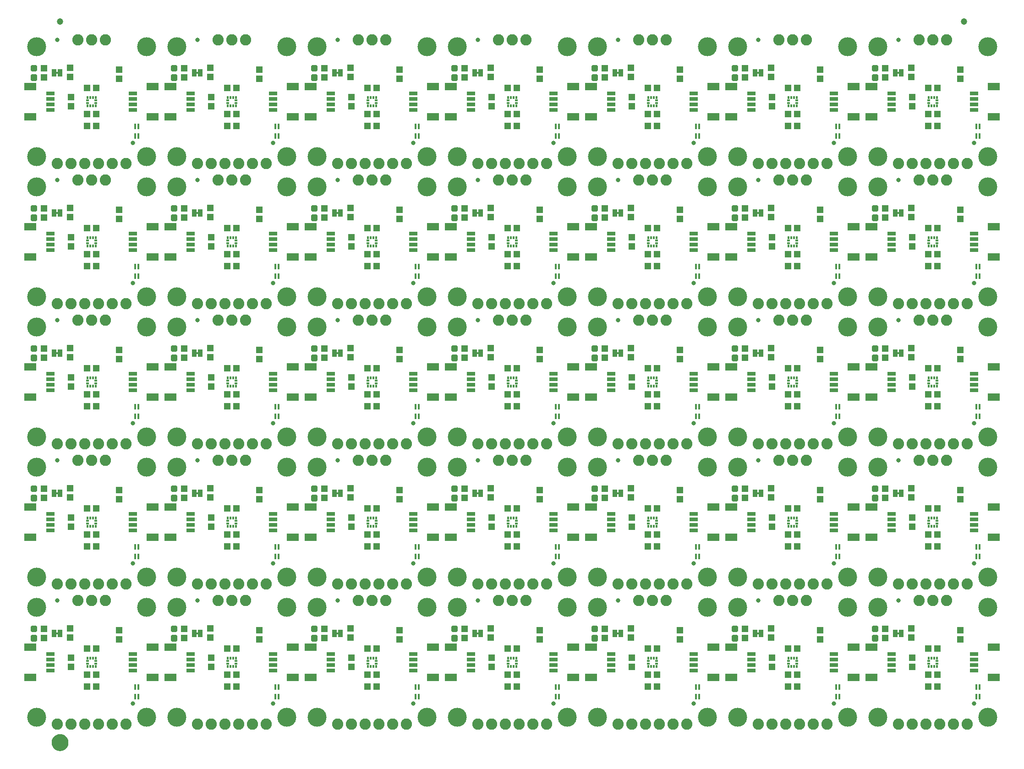
<source format=gts>
G04 EAGLE Gerber RS-274X export*
G75*
%MOMM*%
%FSLAX34Y34*%
%LPD*%
%INSoldermask Top*%
%IPPOS*%
%AMOC8*
5,1,8,0,0,1.08239X$1,22.5*%
G01*
%ADD10R,0.444500X1.079500*%
%ADD11C,3.505200*%
%ADD12C,0.838200*%
%ADD13R,2.203200X1.403200*%
%ADD14R,1.553200X0.803200*%
%ADD15R,1.303200X1.203200*%
%ADD16R,1.203200X1.303200*%
%ADD17C,0.505344*%
%ADD18R,0.863600X1.473200*%
%ADD19C,2.082800*%
%ADD20R,0.478200X0.453200*%
%ADD21R,0.453200X0.478200*%
%ADD22C,1.203200*%
%ADD23C,1.270000*%
%ADD24C,1.703200*%

G36*
X65470Y955687D02*
X65470Y955687D01*
X65536Y955689D01*
X65579Y955707D01*
X65626Y955715D01*
X65683Y955749D01*
X65743Y955774D01*
X65778Y955805D01*
X65819Y955830D01*
X65861Y955881D01*
X65909Y955925D01*
X65931Y955967D01*
X65960Y956004D01*
X65981Y956066D01*
X66012Y956125D01*
X66020Y956179D01*
X66032Y956216D01*
X66031Y956256D01*
X66039Y956310D01*
X66039Y958850D01*
X66028Y958915D01*
X66026Y958981D01*
X66008Y959024D01*
X66000Y959071D01*
X65966Y959128D01*
X65941Y959188D01*
X65910Y959223D01*
X65885Y959264D01*
X65834Y959306D01*
X65790Y959354D01*
X65748Y959376D01*
X65711Y959405D01*
X65649Y959426D01*
X65590Y959457D01*
X65536Y959465D01*
X65499Y959477D01*
X65459Y959476D01*
X65405Y959484D01*
X61595Y959484D01*
X61530Y959473D01*
X61464Y959471D01*
X61421Y959453D01*
X61374Y959445D01*
X61317Y959411D01*
X61257Y959386D01*
X61222Y959355D01*
X61181Y959330D01*
X61140Y959279D01*
X61091Y959235D01*
X61069Y959193D01*
X61040Y959156D01*
X61019Y959094D01*
X60988Y959035D01*
X60980Y958981D01*
X60968Y958944D01*
X60968Y958941D01*
X60969Y958904D01*
X60961Y958850D01*
X60961Y956310D01*
X60972Y956245D01*
X60974Y956179D01*
X60992Y956136D01*
X61000Y956089D01*
X61034Y956032D01*
X61059Y955972D01*
X61090Y955937D01*
X61115Y955896D01*
X61166Y955855D01*
X61210Y955806D01*
X61252Y955784D01*
X61289Y955755D01*
X61351Y955734D01*
X61410Y955703D01*
X61464Y955695D01*
X61501Y955683D01*
X61541Y955684D01*
X61595Y955676D01*
X65405Y955676D01*
X65470Y955687D01*
G37*
G36*
X583630Y955687D02*
X583630Y955687D01*
X583696Y955689D01*
X583739Y955707D01*
X583786Y955715D01*
X583843Y955749D01*
X583903Y955774D01*
X583938Y955805D01*
X583979Y955830D01*
X584021Y955881D01*
X584069Y955925D01*
X584091Y955967D01*
X584120Y956004D01*
X584141Y956066D01*
X584172Y956125D01*
X584180Y956179D01*
X584192Y956216D01*
X584191Y956256D01*
X584199Y956310D01*
X584199Y958850D01*
X584188Y958915D01*
X584186Y958981D01*
X584168Y959024D01*
X584160Y959071D01*
X584126Y959128D01*
X584101Y959188D01*
X584070Y959223D01*
X584045Y959264D01*
X583994Y959306D01*
X583950Y959354D01*
X583908Y959376D01*
X583871Y959405D01*
X583809Y959426D01*
X583750Y959457D01*
X583696Y959465D01*
X583659Y959477D01*
X583619Y959476D01*
X583565Y959484D01*
X579755Y959484D01*
X579690Y959473D01*
X579624Y959471D01*
X579581Y959453D01*
X579534Y959445D01*
X579477Y959411D01*
X579417Y959386D01*
X579382Y959355D01*
X579341Y959330D01*
X579300Y959279D01*
X579251Y959235D01*
X579229Y959193D01*
X579200Y959156D01*
X579179Y959094D01*
X579148Y959035D01*
X579140Y958981D01*
X579128Y958944D01*
X579128Y958941D01*
X579129Y958904D01*
X579121Y958850D01*
X579121Y956310D01*
X579132Y956245D01*
X579134Y956179D01*
X579152Y956136D01*
X579160Y956089D01*
X579194Y956032D01*
X579219Y955972D01*
X579250Y955937D01*
X579275Y955896D01*
X579326Y955855D01*
X579370Y955806D01*
X579412Y955784D01*
X579449Y955755D01*
X579511Y955734D01*
X579570Y955703D01*
X579624Y955695D01*
X579661Y955683D01*
X579701Y955684D01*
X579755Y955676D01*
X583565Y955676D01*
X583630Y955687D01*
G37*
G36*
X324550Y955687D02*
X324550Y955687D01*
X324616Y955689D01*
X324659Y955707D01*
X324706Y955715D01*
X324763Y955749D01*
X324823Y955774D01*
X324858Y955805D01*
X324899Y955830D01*
X324941Y955881D01*
X324989Y955925D01*
X325011Y955967D01*
X325040Y956004D01*
X325061Y956066D01*
X325092Y956125D01*
X325100Y956179D01*
X325112Y956216D01*
X325111Y956256D01*
X325119Y956310D01*
X325119Y958850D01*
X325108Y958915D01*
X325106Y958981D01*
X325088Y959024D01*
X325080Y959071D01*
X325046Y959128D01*
X325021Y959188D01*
X324990Y959223D01*
X324965Y959264D01*
X324914Y959306D01*
X324870Y959354D01*
X324828Y959376D01*
X324791Y959405D01*
X324729Y959426D01*
X324670Y959457D01*
X324616Y959465D01*
X324579Y959477D01*
X324539Y959476D01*
X324485Y959484D01*
X320675Y959484D01*
X320610Y959473D01*
X320544Y959471D01*
X320501Y959453D01*
X320454Y959445D01*
X320397Y959411D01*
X320337Y959386D01*
X320302Y959355D01*
X320261Y959330D01*
X320220Y959279D01*
X320171Y959235D01*
X320149Y959193D01*
X320120Y959156D01*
X320099Y959094D01*
X320068Y959035D01*
X320060Y958981D01*
X320048Y958944D01*
X320048Y958941D01*
X320049Y958904D01*
X320041Y958850D01*
X320041Y956310D01*
X320052Y956245D01*
X320054Y956179D01*
X320072Y956136D01*
X320080Y956089D01*
X320114Y956032D01*
X320139Y955972D01*
X320170Y955937D01*
X320195Y955896D01*
X320246Y955855D01*
X320290Y955806D01*
X320332Y955784D01*
X320369Y955755D01*
X320431Y955734D01*
X320490Y955703D01*
X320544Y955695D01*
X320581Y955683D01*
X320621Y955684D01*
X320675Y955676D01*
X324485Y955676D01*
X324550Y955687D01*
G37*
G36*
X842710Y955687D02*
X842710Y955687D01*
X842776Y955689D01*
X842819Y955707D01*
X842866Y955715D01*
X842923Y955749D01*
X842983Y955774D01*
X843018Y955805D01*
X843059Y955830D01*
X843101Y955881D01*
X843149Y955925D01*
X843171Y955967D01*
X843200Y956004D01*
X843221Y956066D01*
X843252Y956125D01*
X843260Y956179D01*
X843272Y956216D01*
X843271Y956256D01*
X843279Y956310D01*
X843279Y958850D01*
X843268Y958915D01*
X843266Y958981D01*
X843248Y959024D01*
X843240Y959071D01*
X843206Y959128D01*
X843181Y959188D01*
X843150Y959223D01*
X843125Y959264D01*
X843074Y959306D01*
X843030Y959354D01*
X842988Y959376D01*
X842951Y959405D01*
X842889Y959426D01*
X842830Y959457D01*
X842776Y959465D01*
X842739Y959477D01*
X842699Y959476D01*
X842645Y959484D01*
X838835Y959484D01*
X838770Y959473D01*
X838704Y959471D01*
X838661Y959453D01*
X838614Y959445D01*
X838557Y959411D01*
X838497Y959386D01*
X838462Y959355D01*
X838421Y959330D01*
X838380Y959279D01*
X838331Y959235D01*
X838309Y959193D01*
X838280Y959156D01*
X838259Y959094D01*
X838228Y959035D01*
X838220Y958981D01*
X838208Y958944D01*
X838208Y958941D01*
X838209Y958904D01*
X838201Y958850D01*
X838201Y956310D01*
X838212Y956245D01*
X838214Y956179D01*
X838232Y956136D01*
X838240Y956089D01*
X838274Y956032D01*
X838299Y955972D01*
X838330Y955937D01*
X838355Y955896D01*
X838406Y955855D01*
X838450Y955806D01*
X838492Y955784D01*
X838529Y955755D01*
X838591Y955734D01*
X838650Y955703D01*
X838704Y955695D01*
X838741Y955683D01*
X838781Y955684D01*
X838835Y955676D01*
X842645Y955676D01*
X842710Y955687D01*
G37*
G36*
X1619950Y955687D02*
X1619950Y955687D01*
X1620016Y955689D01*
X1620059Y955707D01*
X1620106Y955715D01*
X1620163Y955749D01*
X1620223Y955774D01*
X1620258Y955805D01*
X1620299Y955830D01*
X1620341Y955881D01*
X1620389Y955925D01*
X1620411Y955967D01*
X1620440Y956004D01*
X1620461Y956066D01*
X1620492Y956125D01*
X1620500Y956179D01*
X1620512Y956216D01*
X1620511Y956256D01*
X1620519Y956310D01*
X1620519Y958850D01*
X1620508Y958915D01*
X1620506Y958981D01*
X1620488Y959024D01*
X1620480Y959071D01*
X1620446Y959128D01*
X1620421Y959188D01*
X1620390Y959223D01*
X1620365Y959264D01*
X1620314Y959306D01*
X1620270Y959354D01*
X1620228Y959376D01*
X1620191Y959405D01*
X1620129Y959426D01*
X1620070Y959457D01*
X1620016Y959465D01*
X1619979Y959477D01*
X1619939Y959476D01*
X1619885Y959484D01*
X1616075Y959484D01*
X1616010Y959473D01*
X1615944Y959471D01*
X1615901Y959453D01*
X1615854Y959445D01*
X1615797Y959411D01*
X1615737Y959386D01*
X1615702Y959355D01*
X1615661Y959330D01*
X1615620Y959279D01*
X1615571Y959235D01*
X1615549Y959193D01*
X1615520Y959156D01*
X1615499Y959094D01*
X1615468Y959035D01*
X1615460Y958981D01*
X1615448Y958944D01*
X1615448Y958941D01*
X1615449Y958904D01*
X1615441Y958850D01*
X1615441Y956310D01*
X1615452Y956245D01*
X1615454Y956179D01*
X1615472Y956136D01*
X1615480Y956089D01*
X1615514Y956032D01*
X1615539Y955972D01*
X1615570Y955937D01*
X1615595Y955896D01*
X1615646Y955855D01*
X1615690Y955806D01*
X1615732Y955784D01*
X1615769Y955755D01*
X1615831Y955734D01*
X1615890Y955703D01*
X1615944Y955695D01*
X1615981Y955683D01*
X1616021Y955684D01*
X1616075Y955676D01*
X1619885Y955676D01*
X1619950Y955687D01*
G37*
G36*
X1101790Y955687D02*
X1101790Y955687D01*
X1101856Y955689D01*
X1101899Y955707D01*
X1101946Y955715D01*
X1102003Y955749D01*
X1102063Y955774D01*
X1102098Y955805D01*
X1102139Y955830D01*
X1102181Y955881D01*
X1102229Y955925D01*
X1102251Y955967D01*
X1102280Y956004D01*
X1102301Y956066D01*
X1102332Y956125D01*
X1102340Y956179D01*
X1102352Y956216D01*
X1102351Y956256D01*
X1102359Y956310D01*
X1102359Y958850D01*
X1102348Y958915D01*
X1102346Y958981D01*
X1102328Y959024D01*
X1102320Y959071D01*
X1102286Y959128D01*
X1102261Y959188D01*
X1102230Y959223D01*
X1102205Y959264D01*
X1102154Y959306D01*
X1102110Y959354D01*
X1102068Y959376D01*
X1102031Y959405D01*
X1101969Y959426D01*
X1101910Y959457D01*
X1101856Y959465D01*
X1101819Y959477D01*
X1101779Y959476D01*
X1101725Y959484D01*
X1097915Y959484D01*
X1097850Y959473D01*
X1097784Y959471D01*
X1097741Y959453D01*
X1097694Y959445D01*
X1097637Y959411D01*
X1097577Y959386D01*
X1097542Y959355D01*
X1097501Y959330D01*
X1097460Y959279D01*
X1097411Y959235D01*
X1097389Y959193D01*
X1097360Y959156D01*
X1097339Y959094D01*
X1097308Y959035D01*
X1097300Y958981D01*
X1097288Y958944D01*
X1097288Y958941D01*
X1097289Y958904D01*
X1097281Y958850D01*
X1097281Y956310D01*
X1097292Y956245D01*
X1097294Y956179D01*
X1097312Y956136D01*
X1097320Y956089D01*
X1097354Y956032D01*
X1097379Y955972D01*
X1097410Y955937D01*
X1097435Y955896D01*
X1097486Y955855D01*
X1097530Y955806D01*
X1097572Y955784D01*
X1097609Y955755D01*
X1097671Y955734D01*
X1097730Y955703D01*
X1097784Y955695D01*
X1097821Y955683D01*
X1097861Y955684D01*
X1097915Y955676D01*
X1101725Y955676D01*
X1101790Y955687D01*
G37*
G36*
X1360870Y955687D02*
X1360870Y955687D01*
X1360936Y955689D01*
X1360979Y955707D01*
X1361026Y955715D01*
X1361083Y955749D01*
X1361143Y955774D01*
X1361178Y955805D01*
X1361219Y955830D01*
X1361261Y955881D01*
X1361309Y955925D01*
X1361331Y955967D01*
X1361360Y956004D01*
X1361381Y956066D01*
X1361412Y956125D01*
X1361420Y956179D01*
X1361432Y956216D01*
X1361431Y956256D01*
X1361439Y956310D01*
X1361439Y958850D01*
X1361428Y958915D01*
X1361426Y958981D01*
X1361408Y959024D01*
X1361400Y959071D01*
X1361366Y959128D01*
X1361341Y959188D01*
X1361310Y959223D01*
X1361285Y959264D01*
X1361234Y959306D01*
X1361190Y959354D01*
X1361148Y959376D01*
X1361111Y959405D01*
X1361049Y959426D01*
X1360990Y959457D01*
X1360936Y959465D01*
X1360899Y959477D01*
X1360859Y959476D01*
X1360805Y959484D01*
X1356995Y959484D01*
X1356930Y959473D01*
X1356864Y959471D01*
X1356821Y959453D01*
X1356774Y959445D01*
X1356717Y959411D01*
X1356657Y959386D01*
X1356622Y959355D01*
X1356581Y959330D01*
X1356540Y959279D01*
X1356491Y959235D01*
X1356469Y959193D01*
X1356440Y959156D01*
X1356419Y959094D01*
X1356388Y959035D01*
X1356380Y958981D01*
X1356368Y958944D01*
X1356368Y958941D01*
X1356369Y958904D01*
X1356361Y958850D01*
X1356361Y956310D01*
X1356372Y956245D01*
X1356374Y956179D01*
X1356392Y956136D01*
X1356400Y956089D01*
X1356434Y956032D01*
X1356459Y955972D01*
X1356490Y955937D01*
X1356515Y955896D01*
X1356566Y955855D01*
X1356610Y955806D01*
X1356652Y955784D01*
X1356689Y955755D01*
X1356751Y955734D01*
X1356810Y955703D01*
X1356864Y955695D01*
X1356901Y955683D01*
X1356941Y955684D01*
X1356995Y955676D01*
X1360805Y955676D01*
X1360870Y955687D01*
G37*
G36*
X1619950Y1214767D02*
X1619950Y1214767D01*
X1620016Y1214769D01*
X1620059Y1214787D01*
X1620106Y1214795D01*
X1620163Y1214829D01*
X1620223Y1214854D01*
X1620258Y1214885D01*
X1620299Y1214910D01*
X1620341Y1214961D01*
X1620389Y1215005D01*
X1620411Y1215047D01*
X1620440Y1215084D01*
X1620461Y1215146D01*
X1620492Y1215205D01*
X1620500Y1215259D01*
X1620512Y1215296D01*
X1620511Y1215336D01*
X1620519Y1215390D01*
X1620519Y1217930D01*
X1620508Y1217995D01*
X1620506Y1218061D01*
X1620488Y1218104D01*
X1620480Y1218151D01*
X1620446Y1218208D01*
X1620421Y1218268D01*
X1620390Y1218303D01*
X1620365Y1218344D01*
X1620314Y1218386D01*
X1620270Y1218434D01*
X1620228Y1218456D01*
X1620191Y1218485D01*
X1620129Y1218506D01*
X1620070Y1218537D01*
X1620016Y1218545D01*
X1619979Y1218557D01*
X1619939Y1218556D01*
X1619885Y1218564D01*
X1616075Y1218564D01*
X1616010Y1218553D01*
X1615944Y1218551D01*
X1615901Y1218533D01*
X1615854Y1218525D01*
X1615797Y1218491D01*
X1615737Y1218466D01*
X1615702Y1218435D01*
X1615661Y1218410D01*
X1615620Y1218359D01*
X1615571Y1218315D01*
X1615549Y1218273D01*
X1615520Y1218236D01*
X1615499Y1218174D01*
X1615468Y1218115D01*
X1615460Y1218061D01*
X1615448Y1218024D01*
X1615448Y1218021D01*
X1615449Y1217984D01*
X1615441Y1217930D01*
X1615441Y1215390D01*
X1615452Y1215325D01*
X1615454Y1215259D01*
X1615472Y1215216D01*
X1615480Y1215169D01*
X1615514Y1215112D01*
X1615539Y1215052D01*
X1615570Y1215017D01*
X1615595Y1214976D01*
X1615646Y1214935D01*
X1615690Y1214886D01*
X1615732Y1214864D01*
X1615769Y1214835D01*
X1615831Y1214814D01*
X1615890Y1214783D01*
X1615944Y1214775D01*
X1615981Y1214763D01*
X1616021Y1214764D01*
X1616075Y1214756D01*
X1619885Y1214756D01*
X1619950Y1214767D01*
G37*
G36*
X1101790Y1214767D02*
X1101790Y1214767D01*
X1101856Y1214769D01*
X1101899Y1214787D01*
X1101946Y1214795D01*
X1102003Y1214829D01*
X1102063Y1214854D01*
X1102098Y1214885D01*
X1102139Y1214910D01*
X1102181Y1214961D01*
X1102229Y1215005D01*
X1102251Y1215047D01*
X1102280Y1215084D01*
X1102301Y1215146D01*
X1102332Y1215205D01*
X1102340Y1215259D01*
X1102352Y1215296D01*
X1102351Y1215336D01*
X1102359Y1215390D01*
X1102359Y1217930D01*
X1102348Y1217995D01*
X1102346Y1218061D01*
X1102328Y1218104D01*
X1102320Y1218151D01*
X1102286Y1218208D01*
X1102261Y1218268D01*
X1102230Y1218303D01*
X1102205Y1218344D01*
X1102154Y1218386D01*
X1102110Y1218434D01*
X1102068Y1218456D01*
X1102031Y1218485D01*
X1101969Y1218506D01*
X1101910Y1218537D01*
X1101856Y1218545D01*
X1101819Y1218557D01*
X1101779Y1218556D01*
X1101725Y1218564D01*
X1097915Y1218564D01*
X1097850Y1218553D01*
X1097784Y1218551D01*
X1097741Y1218533D01*
X1097694Y1218525D01*
X1097637Y1218491D01*
X1097577Y1218466D01*
X1097542Y1218435D01*
X1097501Y1218410D01*
X1097460Y1218359D01*
X1097411Y1218315D01*
X1097389Y1218273D01*
X1097360Y1218236D01*
X1097339Y1218174D01*
X1097308Y1218115D01*
X1097300Y1218061D01*
X1097288Y1218024D01*
X1097288Y1218021D01*
X1097289Y1217984D01*
X1097281Y1217930D01*
X1097281Y1215390D01*
X1097292Y1215325D01*
X1097294Y1215259D01*
X1097312Y1215216D01*
X1097320Y1215169D01*
X1097354Y1215112D01*
X1097379Y1215052D01*
X1097410Y1215017D01*
X1097435Y1214976D01*
X1097486Y1214935D01*
X1097530Y1214886D01*
X1097572Y1214864D01*
X1097609Y1214835D01*
X1097671Y1214814D01*
X1097730Y1214783D01*
X1097784Y1214775D01*
X1097821Y1214763D01*
X1097861Y1214764D01*
X1097915Y1214756D01*
X1101725Y1214756D01*
X1101790Y1214767D01*
G37*
G36*
X324550Y1214767D02*
X324550Y1214767D01*
X324616Y1214769D01*
X324659Y1214787D01*
X324706Y1214795D01*
X324763Y1214829D01*
X324823Y1214854D01*
X324858Y1214885D01*
X324899Y1214910D01*
X324941Y1214961D01*
X324989Y1215005D01*
X325011Y1215047D01*
X325040Y1215084D01*
X325061Y1215146D01*
X325092Y1215205D01*
X325100Y1215259D01*
X325112Y1215296D01*
X325111Y1215336D01*
X325119Y1215390D01*
X325119Y1217930D01*
X325108Y1217995D01*
X325106Y1218061D01*
X325088Y1218104D01*
X325080Y1218151D01*
X325046Y1218208D01*
X325021Y1218268D01*
X324990Y1218303D01*
X324965Y1218344D01*
X324914Y1218386D01*
X324870Y1218434D01*
X324828Y1218456D01*
X324791Y1218485D01*
X324729Y1218506D01*
X324670Y1218537D01*
X324616Y1218545D01*
X324579Y1218557D01*
X324539Y1218556D01*
X324485Y1218564D01*
X320675Y1218564D01*
X320610Y1218553D01*
X320544Y1218551D01*
X320501Y1218533D01*
X320454Y1218525D01*
X320397Y1218491D01*
X320337Y1218466D01*
X320302Y1218435D01*
X320261Y1218410D01*
X320220Y1218359D01*
X320171Y1218315D01*
X320149Y1218273D01*
X320120Y1218236D01*
X320099Y1218174D01*
X320068Y1218115D01*
X320060Y1218061D01*
X320048Y1218024D01*
X320048Y1218021D01*
X320049Y1217984D01*
X320041Y1217930D01*
X320041Y1215390D01*
X320052Y1215325D01*
X320054Y1215259D01*
X320072Y1215216D01*
X320080Y1215169D01*
X320114Y1215112D01*
X320139Y1215052D01*
X320170Y1215017D01*
X320195Y1214976D01*
X320246Y1214935D01*
X320290Y1214886D01*
X320332Y1214864D01*
X320369Y1214835D01*
X320431Y1214814D01*
X320490Y1214783D01*
X320544Y1214775D01*
X320581Y1214763D01*
X320621Y1214764D01*
X320675Y1214756D01*
X324485Y1214756D01*
X324550Y1214767D01*
G37*
G36*
X842710Y1214767D02*
X842710Y1214767D01*
X842776Y1214769D01*
X842819Y1214787D01*
X842866Y1214795D01*
X842923Y1214829D01*
X842983Y1214854D01*
X843018Y1214885D01*
X843059Y1214910D01*
X843101Y1214961D01*
X843149Y1215005D01*
X843171Y1215047D01*
X843200Y1215084D01*
X843221Y1215146D01*
X843252Y1215205D01*
X843260Y1215259D01*
X843272Y1215296D01*
X843271Y1215336D01*
X843279Y1215390D01*
X843279Y1217930D01*
X843268Y1217995D01*
X843266Y1218061D01*
X843248Y1218104D01*
X843240Y1218151D01*
X843206Y1218208D01*
X843181Y1218268D01*
X843150Y1218303D01*
X843125Y1218344D01*
X843074Y1218386D01*
X843030Y1218434D01*
X842988Y1218456D01*
X842951Y1218485D01*
X842889Y1218506D01*
X842830Y1218537D01*
X842776Y1218545D01*
X842739Y1218557D01*
X842699Y1218556D01*
X842645Y1218564D01*
X838835Y1218564D01*
X838770Y1218553D01*
X838704Y1218551D01*
X838661Y1218533D01*
X838614Y1218525D01*
X838557Y1218491D01*
X838497Y1218466D01*
X838462Y1218435D01*
X838421Y1218410D01*
X838380Y1218359D01*
X838331Y1218315D01*
X838309Y1218273D01*
X838280Y1218236D01*
X838259Y1218174D01*
X838228Y1218115D01*
X838220Y1218061D01*
X838208Y1218024D01*
X838208Y1218021D01*
X838209Y1217984D01*
X838201Y1217930D01*
X838201Y1215390D01*
X838212Y1215325D01*
X838214Y1215259D01*
X838232Y1215216D01*
X838240Y1215169D01*
X838274Y1215112D01*
X838299Y1215052D01*
X838330Y1215017D01*
X838355Y1214976D01*
X838406Y1214935D01*
X838450Y1214886D01*
X838492Y1214864D01*
X838529Y1214835D01*
X838591Y1214814D01*
X838650Y1214783D01*
X838704Y1214775D01*
X838741Y1214763D01*
X838781Y1214764D01*
X838835Y1214756D01*
X842645Y1214756D01*
X842710Y1214767D01*
G37*
G36*
X583630Y1214767D02*
X583630Y1214767D01*
X583696Y1214769D01*
X583739Y1214787D01*
X583786Y1214795D01*
X583843Y1214829D01*
X583903Y1214854D01*
X583938Y1214885D01*
X583979Y1214910D01*
X584021Y1214961D01*
X584069Y1215005D01*
X584091Y1215047D01*
X584120Y1215084D01*
X584141Y1215146D01*
X584172Y1215205D01*
X584180Y1215259D01*
X584192Y1215296D01*
X584191Y1215336D01*
X584199Y1215390D01*
X584199Y1217930D01*
X584188Y1217995D01*
X584186Y1218061D01*
X584168Y1218104D01*
X584160Y1218151D01*
X584126Y1218208D01*
X584101Y1218268D01*
X584070Y1218303D01*
X584045Y1218344D01*
X583994Y1218386D01*
X583950Y1218434D01*
X583908Y1218456D01*
X583871Y1218485D01*
X583809Y1218506D01*
X583750Y1218537D01*
X583696Y1218545D01*
X583659Y1218557D01*
X583619Y1218556D01*
X583565Y1218564D01*
X579755Y1218564D01*
X579690Y1218553D01*
X579624Y1218551D01*
X579581Y1218533D01*
X579534Y1218525D01*
X579477Y1218491D01*
X579417Y1218466D01*
X579382Y1218435D01*
X579341Y1218410D01*
X579300Y1218359D01*
X579251Y1218315D01*
X579229Y1218273D01*
X579200Y1218236D01*
X579179Y1218174D01*
X579148Y1218115D01*
X579140Y1218061D01*
X579128Y1218024D01*
X579128Y1218021D01*
X579129Y1217984D01*
X579121Y1217930D01*
X579121Y1215390D01*
X579132Y1215325D01*
X579134Y1215259D01*
X579152Y1215216D01*
X579160Y1215169D01*
X579194Y1215112D01*
X579219Y1215052D01*
X579250Y1215017D01*
X579275Y1214976D01*
X579326Y1214935D01*
X579370Y1214886D01*
X579412Y1214864D01*
X579449Y1214835D01*
X579511Y1214814D01*
X579570Y1214783D01*
X579624Y1214775D01*
X579661Y1214763D01*
X579701Y1214764D01*
X579755Y1214756D01*
X583565Y1214756D01*
X583630Y1214767D01*
G37*
G36*
X65470Y1214767D02*
X65470Y1214767D01*
X65536Y1214769D01*
X65579Y1214787D01*
X65626Y1214795D01*
X65683Y1214829D01*
X65743Y1214854D01*
X65778Y1214885D01*
X65819Y1214910D01*
X65861Y1214961D01*
X65909Y1215005D01*
X65931Y1215047D01*
X65960Y1215084D01*
X65981Y1215146D01*
X66012Y1215205D01*
X66020Y1215259D01*
X66032Y1215296D01*
X66031Y1215336D01*
X66039Y1215390D01*
X66039Y1217930D01*
X66028Y1217995D01*
X66026Y1218061D01*
X66008Y1218104D01*
X66000Y1218151D01*
X65966Y1218208D01*
X65941Y1218268D01*
X65910Y1218303D01*
X65885Y1218344D01*
X65834Y1218386D01*
X65790Y1218434D01*
X65748Y1218456D01*
X65711Y1218485D01*
X65649Y1218506D01*
X65590Y1218537D01*
X65536Y1218545D01*
X65499Y1218557D01*
X65459Y1218556D01*
X65405Y1218564D01*
X61595Y1218564D01*
X61530Y1218553D01*
X61464Y1218551D01*
X61421Y1218533D01*
X61374Y1218525D01*
X61317Y1218491D01*
X61257Y1218466D01*
X61222Y1218435D01*
X61181Y1218410D01*
X61140Y1218359D01*
X61091Y1218315D01*
X61069Y1218273D01*
X61040Y1218236D01*
X61019Y1218174D01*
X60988Y1218115D01*
X60980Y1218061D01*
X60968Y1218024D01*
X60968Y1218021D01*
X60969Y1217984D01*
X60961Y1217930D01*
X60961Y1215390D01*
X60972Y1215325D01*
X60974Y1215259D01*
X60992Y1215216D01*
X61000Y1215169D01*
X61034Y1215112D01*
X61059Y1215052D01*
X61090Y1215017D01*
X61115Y1214976D01*
X61166Y1214935D01*
X61210Y1214886D01*
X61252Y1214864D01*
X61289Y1214835D01*
X61351Y1214814D01*
X61410Y1214783D01*
X61464Y1214775D01*
X61501Y1214763D01*
X61541Y1214764D01*
X61595Y1214756D01*
X65405Y1214756D01*
X65470Y1214767D01*
G37*
G36*
X1360870Y1214767D02*
X1360870Y1214767D01*
X1360936Y1214769D01*
X1360979Y1214787D01*
X1361026Y1214795D01*
X1361083Y1214829D01*
X1361143Y1214854D01*
X1361178Y1214885D01*
X1361219Y1214910D01*
X1361261Y1214961D01*
X1361309Y1215005D01*
X1361331Y1215047D01*
X1361360Y1215084D01*
X1361381Y1215146D01*
X1361412Y1215205D01*
X1361420Y1215259D01*
X1361432Y1215296D01*
X1361431Y1215336D01*
X1361439Y1215390D01*
X1361439Y1217930D01*
X1361428Y1217995D01*
X1361426Y1218061D01*
X1361408Y1218104D01*
X1361400Y1218151D01*
X1361366Y1218208D01*
X1361341Y1218268D01*
X1361310Y1218303D01*
X1361285Y1218344D01*
X1361234Y1218386D01*
X1361190Y1218434D01*
X1361148Y1218456D01*
X1361111Y1218485D01*
X1361049Y1218506D01*
X1360990Y1218537D01*
X1360936Y1218545D01*
X1360899Y1218557D01*
X1360859Y1218556D01*
X1360805Y1218564D01*
X1356995Y1218564D01*
X1356930Y1218553D01*
X1356864Y1218551D01*
X1356821Y1218533D01*
X1356774Y1218525D01*
X1356717Y1218491D01*
X1356657Y1218466D01*
X1356622Y1218435D01*
X1356581Y1218410D01*
X1356540Y1218359D01*
X1356491Y1218315D01*
X1356469Y1218273D01*
X1356440Y1218236D01*
X1356419Y1218174D01*
X1356388Y1218115D01*
X1356380Y1218061D01*
X1356368Y1218024D01*
X1356368Y1218021D01*
X1356369Y1217984D01*
X1356361Y1217930D01*
X1356361Y1215390D01*
X1356372Y1215325D01*
X1356374Y1215259D01*
X1356392Y1215216D01*
X1356400Y1215169D01*
X1356434Y1215112D01*
X1356459Y1215052D01*
X1356490Y1215017D01*
X1356515Y1214976D01*
X1356566Y1214935D01*
X1356610Y1214886D01*
X1356652Y1214864D01*
X1356689Y1214835D01*
X1356751Y1214814D01*
X1356810Y1214783D01*
X1356864Y1214775D01*
X1356901Y1214763D01*
X1356941Y1214764D01*
X1356995Y1214756D01*
X1360805Y1214756D01*
X1360870Y1214767D01*
G37*
G36*
X324550Y696607D02*
X324550Y696607D01*
X324616Y696609D01*
X324659Y696627D01*
X324706Y696635D01*
X324763Y696669D01*
X324823Y696694D01*
X324858Y696725D01*
X324899Y696750D01*
X324941Y696801D01*
X324989Y696845D01*
X325011Y696887D01*
X325040Y696924D01*
X325061Y696986D01*
X325092Y697045D01*
X325100Y697099D01*
X325112Y697136D01*
X325111Y697176D01*
X325119Y697230D01*
X325119Y699770D01*
X325108Y699835D01*
X325106Y699901D01*
X325088Y699944D01*
X325080Y699991D01*
X325046Y700048D01*
X325021Y700108D01*
X324990Y700143D01*
X324965Y700184D01*
X324914Y700226D01*
X324870Y700274D01*
X324828Y700296D01*
X324791Y700325D01*
X324729Y700346D01*
X324670Y700377D01*
X324616Y700385D01*
X324579Y700397D01*
X324539Y700396D01*
X324485Y700404D01*
X320675Y700404D01*
X320610Y700393D01*
X320544Y700391D01*
X320501Y700373D01*
X320454Y700365D01*
X320397Y700331D01*
X320337Y700306D01*
X320302Y700275D01*
X320261Y700250D01*
X320220Y700199D01*
X320171Y700155D01*
X320149Y700113D01*
X320120Y700076D01*
X320099Y700014D01*
X320068Y699955D01*
X320060Y699901D01*
X320048Y699864D01*
X320048Y699861D01*
X320049Y699824D01*
X320041Y699770D01*
X320041Y697230D01*
X320052Y697165D01*
X320054Y697099D01*
X320072Y697056D01*
X320080Y697009D01*
X320114Y696952D01*
X320139Y696892D01*
X320170Y696857D01*
X320195Y696816D01*
X320246Y696775D01*
X320290Y696726D01*
X320332Y696704D01*
X320369Y696675D01*
X320431Y696654D01*
X320490Y696623D01*
X320544Y696615D01*
X320581Y696603D01*
X320621Y696604D01*
X320675Y696596D01*
X324485Y696596D01*
X324550Y696607D01*
G37*
G36*
X1360870Y696607D02*
X1360870Y696607D01*
X1360936Y696609D01*
X1360979Y696627D01*
X1361026Y696635D01*
X1361083Y696669D01*
X1361143Y696694D01*
X1361178Y696725D01*
X1361219Y696750D01*
X1361261Y696801D01*
X1361309Y696845D01*
X1361331Y696887D01*
X1361360Y696924D01*
X1361381Y696986D01*
X1361412Y697045D01*
X1361420Y697099D01*
X1361432Y697136D01*
X1361431Y697176D01*
X1361439Y697230D01*
X1361439Y699770D01*
X1361428Y699835D01*
X1361426Y699901D01*
X1361408Y699944D01*
X1361400Y699991D01*
X1361366Y700048D01*
X1361341Y700108D01*
X1361310Y700143D01*
X1361285Y700184D01*
X1361234Y700226D01*
X1361190Y700274D01*
X1361148Y700296D01*
X1361111Y700325D01*
X1361049Y700346D01*
X1360990Y700377D01*
X1360936Y700385D01*
X1360899Y700397D01*
X1360859Y700396D01*
X1360805Y700404D01*
X1356995Y700404D01*
X1356930Y700393D01*
X1356864Y700391D01*
X1356821Y700373D01*
X1356774Y700365D01*
X1356717Y700331D01*
X1356657Y700306D01*
X1356622Y700275D01*
X1356581Y700250D01*
X1356540Y700199D01*
X1356491Y700155D01*
X1356469Y700113D01*
X1356440Y700076D01*
X1356419Y700014D01*
X1356388Y699955D01*
X1356380Y699901D01*
X1356368Y699864D01*
X1356368Y699861D01*
X1356369Y699824D01*
X1356361Y699770D01*
X1356361Y697230D01*
X1356372Y697165D01*
X1356374Y697099D01*
X1356392Y697056D01*
X1356400Y697009D01*
X1356434Y696952D01*
X1356459Y696892D01*
X1356490Y696857D01*
X1356515Y696816D01*
X1356566Y696775D01*
X1356610Y696726D01*
X1356652Y696704D01*
X1356689Y696675D01*
X1356751Y696654D01*
X1356810Y696623D01*
X1356864Y696615D01*
X1356901Y696603D01*
X1356941Y696604D01*
X1356995Y696596D01*
X1360805Y696596D01*
X1360870Y696607D01*
G37*
G36*
X1101790Y696607D02*
X1101790Y696607D01*
X1101856Y696609D01*
X1101899Y696627D01*
X1101946Y696635D01*
X1102003Y696669D01*
X1102063Y696694D01*
X1102098Y696725D01*
X1102139Y696750D01*
X1102181Y696801D01*
X1102229Y696845D01*
X1102251Y696887D01*
X1102280Y696924D01*
X1102301Y696986D01*
X1102332Y697045D01*
X1102340Y697099D01*
X1102352Y697136D01*
X1102351Y697176D01*
X1102359Y697230D01*
X1102359Y699770D01*
X1102348Y699835D01*
X1102346Y699901D01*
X1102328Y699944D01*
X1102320Y699991D01*
X1102286Y700048D01*
X1102261Y700108D01*
X1102230Y700143D01*
X1102205Y700184D01*
X1102154Y700226D01*
X1102110Y700274D01*
X1102068Y700296D01*
X1102031Y700325D01*
X1101969Y700346D01*
X1101910Y700377D01*
X1101856Y700385D01*
X1101819Y700397D01*
X1101779Y700396D01*
X1101725Y700404D01*
X1097915Y700404D01*
X1097850Y700393D01*
X1097784Y700391D01*
X1097741Y700373D01*
X1097694Y700365D01*
X1097637Y700331D01*
X1097577Y700306D01*
X1097542Y700275D01*
X1097501Y700250D01*
X1097460Y700199D01*
X1097411Y700155D01*
X1097389Y700113D01*
X1097360Y700076D01*
X1097339Y700014D01*
X1097308Y699955D01*
X1097300Y699901D01*
X1097288Y699864D01*
X1097288Y699861D01*
X1097289Y699824D01*
X1097281Y699770D01*
X1097281Y697230D01*
X1097292Y697165D01*
X1097294Y697099D01*
X1097312Y697056D01*
X1097320Y697009D01*
X1097354Y696952D01*
X1097379Y696892D01*
X1097410Y696857D01*
X1097435Y696816D01*
X1097486Y696775D01*
X1097530Y696726D01*
X1097572Y696704D01*
X1097609Y696675D01*
X1097671Y696654D01*
X1097730Y696623D01*
X1097784Y696615D01*
X1097821Y696603D01*
X1097861Y696604D01*
X1097915Y696596D01*
X1101725Y696596D01*
X1101790Y696607D01*
G37*
G36*
X583630Y696607D02*
X583630Y696607D01*
X583696Y696609D01*
X583739Y696627D01*
X583786Y696635D01*
X583843Y696669D01*
X583903Y696694D01*
X583938Y696725D01*
X583979Y696750D01*
X584021Y696801D01*
X584069Y696845D01*
X584091Y696887D01*
X584120Y696924D01*
X584141Y696986D01*
X584172Y697045D01*
X584180Y697099D01*
X584192Y697136D01*
X584191Y697176D01*
X584199Y697230D01*
X584199Y699770D01*
X584188Y699835D01*
X584186Y699901D01*
X584168Y699944D01*
X584160Y699991D01*
X584126Y700048D01*
X584101Y700108D01*
X584070Y700143D01*
X584045Y700184D01*
X583994Y700226D01*
X583950Y700274D01*
X583908Y700296D01*
X583871Y700325D01*
X583809Y700346D01*
X583750Y700377D01*
X583696Y700385D01*
X583659Y700397D01*
X583619Y700396D01*
X583565Y700404D01*
X579755Y700404D01*
X579690Y700393D01*
X579624Y700391D01*
X579581Y700373D01*
X579534Y700365D01*
X579477Y700331D01*
X579417Y700306D01*
X579382Y700275D01*
X579341Y700250D01*
X579300Y700199D01*
X579251Y700155D01*
X579229Y700113D01*
X579200Y700076D01*
X579179Y700014D01*
X579148Y699955D01*
X579140Y699901D01*
X579128Y699864D01*
X579128Y699861D01*
X579129Y699824D01*
X579121Y699770D01*
X579121Y697230D01*
X579132Y697165D01*
X579134Y697099D01*
X579152Y697056D01*
X579160Y697009D01*
X579194Y696952D01*
X579219Y696892D01*
X579250Y696857D01*
X579275Y696816D01*
X579326Y696775D01*
X579370Y696726D01*
X579412Y696704D01*
X579449Y696675D01*
X579511Y696654D01*
X579570Y696623D01*
X579624Y696615D01*
X579661Y696603D01*
X579701Y696604D01*
X579755Y696596D01*
X583565Y696596D01*
X583630Y696607D01*
G37*
G36*
X842710Y696607D02*
X842710Y696607D01*
X842776Y696609D01*
X842819Y696627D01*
X842866Y696635D01*
X842923Y696669D01*
X842983Y696694D01*
X843018Y696725D01*
X843059Y696750D01*
X843101Y696801D01*
X843149Y696845D01*
X843171Y696887D01*
X843200Y696924D01*
X843221Y696986D01*
X843252Y697045D01*
X843260Y697099D01*
X843272Y697136D01*
X843271Y697176D01*
X843279Y697230D01*
X843279Y699770D01*
X843268Y699835D01*
X843266Y699901D01*
X843248Y699944D01*
X843240Y699991D01*
X843206Y700048D01*
X843181Y700108D01*
X843150Y700143D01*
X843125Y700184D01*
X843074Y700226D01*
X843030Y700274D01*
X842988Y700296D01*
X842951Y700325D01*
X842889Y700346D01*
X842830Y700377D01*
X842776Y700385D01*
X842739Y700397D01*
X842699Y700396D01*
X842645Y700404D01*
X838835Y700404D01*
X838770Y700393D01*
X838704Y700391D01*
X838661Y700373D01*
X838614Y700365D01*
X838557Y700331D01*
X838497Y700306D01*
X838462Y700275D01*
X838421Y700250D01*
X838380Y700199D01*
X838331Y700155D01*
X838309Y700113D01*
X838280Y700076D01*
X838259Y700014D01*
X838228Y699955D01*
X838220Y699901D01*
X838208Y699864D01*
X838208Y699861D01*
X838209Y699824D01*
X838201Y699770D01*
X838201Y697230D01*
X838212Y697165D01*
X838214Y697099D01*
X838232Y697056D01*
X838240Y697009D01*
X838274Y696952D01*
X838299Y696892D01*
X838330Y696857D01*
X838355Y696816D01*
X838406Y696775D01*
X838450Y696726D01*
X838492Y696704D01*
X838529Y696675D01*
X838591Y696654D01*
X838650Y696623D01*
X838704Y696615D01*
X838741Y696603D01*
X838781Y696604D01*
X838835Y696596D01*
X842645Y696596D01*
X842710Y696607D01*
G37*
G36*
X65470Y696607D02*
X65470Y696607D01*
X65536Y696609D01*
X65579Y696627D01*
X65626Y696635D01*
X65683Y696669D01*
X65743Y696694D01*
X65778Y696725D01*
X65819Y696750D01*
X65861Y696801D01*
X65909Y696845D01*
X65931Y696887D01*
X65960Y696924D01*
X65981Y696986D01*
X66012Y697045D01*
X66020Y697099D01*
X66032Y697136D01*
X66031Y697176D01*
X66039Y697230D01*
X66039Y699770D01*
X66028Y699835D01*
X66026Y699901D01*
X66008Y699944D01*
X66000Y699991D01*
X65966Y700048D01*
X65941Y700108D01*
X65910Y700143D01*
X65885Y700184D01*
X65834Y700226D01*
X65790Y700274D01*
X65748Y700296D01*
X65711Y700325D01*
X65649Y700346D01*
X65590Y700377D01*
X65536Y700385D01*
X65499Y700397D01*
X65459Y700396D01*
X65405Y700404D01*
X61595Y700404D01*
X61530Y700393D01*
X61464Y700391D01*
X61421Y700373D01*
X61374Y700365D01*
X61317Y700331D01*
X61257Y700306D01*
X61222Y700275D01*
X61181Y700250D01*
X61140Y700199D01*
X61091Y700155D01*
X61069Y700113D01*
X61040Y700076D01*
X61019Y700014D01*
X60988Y699955D01*
X60980Y699901D01*
X60968Y699864D01*
X60968Y699861D01*
X60969Y699824D01*
X60961Y699770D01*
X60961Y697230D01*
X60972Y697165D01*
X60974Y697099D01*
X60992Y697056D01*
X61000Y697009D01*
X61034Y696952D01*
X61059Y696892D01*
X61090Y696857D01*
X61115Y696816D01*
X61166Y696775D01*
X61210Y696726D01*
X61252Y696704D01*
X61289Y696675D01*
X61351Y696654D01*
X61410Y696623D01*
X61464Y696615D01*
X61501Y696603D01*
X61541Y696604D01*
X61595Y696596D01*
X65405Y696596D01*
X65470Y696607D01*
G37*
G36*
X1619950Y696607D02*
X1619950Y696607D01*
X1620016Y696609D01*
X1620059Y696627D01*
X1620106Y696635D01*
X1620163Y696669D01*
X1620223Y696694D01*
X1620258Y696725D01*
X1620299Y696750D01*
X1620341Y696801D01*
X1620389Y696845D01*
X1620411Y696887D01*
X1620440Y696924D01*
X1620461Y696986D01*
X1620492Y697045D01*
X1620500Y697099D01*
X1620512Y697136D01*
X1620511Y697176D01*
X1620519Y697230D01*
X1620519Y699770D01*
X1620508Y699835D01*
X1620506Y699901D01*
X1620488Y699944D01*
X1620480Y699991D01*
X1620446Y700048D01*
X1620421Y700108D01*
X1620390Y700143D01*
X1620365Y700184D01*
X1620314Y700226D01*
X1620270Y700274D01*
X1620228Y700296D01*
X1620191Y700325D01*
X1620129Y700346D01*
X1620070Y700377D01*
X1620016Y700385D01*
X1619979Y700397D01*
X1619939Y700396D01*
X1619885Y700404D01*
X1616075Y700404D01*
X1616010Y700393D01*
X1615944Y700391D01*
X1615901Y700373D01*
X1615854Y700365D01*
X1615797Y700331D01*
X1615737Y700306D01*
X1615702Y700275D01*
X1615661Y700250D01*
X1615620Y700199D01*
X1615571Y700155D01*
X1615549Y700113D01*
X1615520Y700076D01*
X1615499Y700014D01*
X1615468Y699955D01*
X1615460Y699901D01*
X1615448Y699864D01*
X1615448Y699861D01*
X1615449Y699824D01*
X1615441Y699770D01*
X1615441Y697230D01*
X1615452Y697165D01*
X1615454Y697099D01*
X1615472Y697056D01*
X1615480Y697009D01*
X1615514Y696952D01*
X1615539Y696892D01*
X1615570Y696857D01*
X1615595Y696816D01*
X1615646Y696775D01*
X1615690Y696726D01*
X1615732Y696704D01*
X1615769Y696675D01*
X1615831Y696654D01*
X1615890Y696623D01*
X1615944Y696615D01*
X1615981Y696603D01*
X1616021Y696604D01*
X1616075Y696596D01*
X1619885Y696596D01*
X1619950Y696607D01*
G37*
G36*
X1360870Y437527D02*
X1360870Y437527D01*
X1360936Y437529D01*
X1360979Y437547D01*
X1361026Y437555D01*
X1361083Y437589D01*
X1361143Y437614D01*
X1361178Y437645D01*
X1361219Y437670D01*
X1361261Y437721D01*
X1361309Y437765D01*
X1361331Y437807D01*
X1361360Y437844D01*
X1361381Y437906D01*
X1361412Y437965D01*
X1361420Y438019D01*
X1361432Y438056D01*
X1361431Y438096D01*
X1361439Y438150D01*
X1361439Y440690D01*
X1361428Y440755D01*
X1361426Y440821D01*
X1361408Y440864D01*
X1361400Y440911D01*
X1361366Y440968D01*
X1361341Y441028D01*
X1361310Y441063D01*
X1361285Y441104D01*
X1361234Y441146D01*
X1361190Y441194D01*
X1361148Y441216D01*
X1361111Y441245D01*
X1361049Y441266D01*
X1360990Y441297D01*
X1360936Y441305D01*
X1360899Y441317D01*
X1360859Y441316D01*
X1360805Y441324D01*
X1356995Y441324D01*
X1356930Y441313D01*
X1356864Y441311D01*
X1356821Y441293D01*
X1356774Y441285D01*
X1356717Y441251D01*
X1356657Y441226D01*
X1356622Y441195D01*
X1356581Y441170D01*
X1356540Y441119D01*
X1356491Y441075D01*
X1356469Y441033D01*
X1356440Y440996D01*
X1356419Y440934D01*
X1356388Y440875D01*
X1356380Y440821D01*
X1356368Y440784D01*
X1356368Y440781D01*
X1356369Y440744D01*
X1356361Y440690D01*
X1356361Y438150D01*
X1356372Y438085D01*
X1356374Y438019D01*
X1356392Y437976D01*
X1356400Y437929D01*
X1356434Y437872D01*
X1356459Y437812D01*
X1356490Y437777D01*
X1356515Y437736D01*
X1356566Y437695D01*
X1356610Y437646D01*
X1356652Y437624D01*
X1356689Y437595D01*
X1356751Y437574D01*
X1356810Y437543D01*
X1356864Y437535D01*
X1356901Y437523D01*
X1356941Y437524D01*
X1356995Y437516D01*
X1360805Y437516D01*
X1360870Y437527D01*
G37*
G36*
X324550Y437527D02*
X324550Y437527D01*
X324616Y437529D01*
X324659Y437547D01*
X324706Y437555D01*
X324763Y437589D01*
X324823Y437614D01*
X324858Y437645D01*
X324899Y437670D01*
X324941Y437721D01*
X324989Y437765D01*
X325011Y437807D01*
X325040Y437844D01*
X325061Y437906D01*
X325092Y437965D01*
X325100Y438019D01*
X325112Y438056D01*
X325111Y438096D01*
X325119Y438150D01*
X325119Y440690D01*
X325108Y440755D01*
X325106Y440821D01*
X325088Y440864D01*
X325080Y440911D01*
X325046Y440968D01*
X325021Y441028D01*
X324990Y441063D01*
X324965Y441104D01*
X324914Y441146D01*
X324870Y441194D01*
X324828Y441216D01*
X324791Y441245D01*
X324729Y441266D01*
X324670Y441297D01*
X324616Y441305D01*
X324579Y441317D01*
X324539Y441316D01*
X324485Y441324D01*
X320675Y441324D01*
X320610Y441313D01*
X320544Y441311D01*
X320501Y441293D01*
X320454Y441285D01*
X320397Y441251D01*
X320337Y441226D01*
X320302Y441195D01*
X320261Y441170D01*
X320220Y441119D01*
X320171Y441075D01*
X320149Y441033D01*
X320120Y440996D01*
X320099Y440934D01*
X320068Y440875D01*
X320060Y440821D01*
X320048Y440784D01*
X320048Y440781D01*
X320049Y440744D01*
X320041Y440690D01*
X320041Y438150D01*
X320052Y438085D01*
X320054Y438019D01*
X320072Y437976D01*
X320080Y437929D01*
X320114Y437872D01*
X320139Y437812D01*
X320170Y437777D01*
X320195Y437736D01*
X320246Y437695D01*
X320290Y437646D01*
X320332Y437624D01*
X320369Y437595D01*
X320431Y437574D01*
X320490Y437543D01*
X320544Y437535D01*
X320581Y437523D01*
X320621Y437524D01*
X320675Y437516D01*
X324485Y437516D01*
X324550Y437527D01*
G37*
G36*
X842710Y437527D02*
X842710Y437527D01*
X842776Y437529D01*
X842819Y437547D01*
X842866Y437555D01*
X842923Y437589D01*
X842983Y437614D01*
X843018Y437645D01*
X843059Y437670D01*
X843101Y437721D01*
X843149Y437765D01*
X843171Y437807D01*
X843200Y437844D01*
X843221Y437906D01*
X843252Y437965D01*
X843260Y438019D01*
X843272Y438056D01*
X843271Y438096D01*
X843279Y438150D01*
X843279Y440690D01*
X843268Y440755D01*
X843266Y440821D01*
X843248Y440864D01*
X843240Y440911D01*
X843206Y440968D01*
X843181Y441028D01*
X843150Y441063D01*
X843125Y441104D01*
X843074Y441146D01*
X843030Y441194D01*
X842988Y441216D01*
X842951Y441245D01*
X842889Y441266D01*
X842830Y441297D01*
X842776Y441305D01*
X842739Y441317D01*
X842699Y441316D01*
X842645Y441324D01*
X838835Y441324D01*
X838770Y441313D01*
X838704Y441311D01*
X838661Y441293D01*
X838614Y441285D01*
X838557Y441251D01*
X838497Y441226D01*
X838462Y441195D01*
X838421Y441170D01*
X838380Y441119D01*
X838331Y441075D01*
X838309Y441033D01*
X838280Y440996D01*
X838259Y440934D01*
X838228Y440875D01*
X838220Y440821D01*
X838208Y440784D01*
X838208Y440781D01*
X838209Y440744D01*
X838201Y440690D01*
X838201Y438150D01*
X838212Y438085D01*
X838214Y438019D01*
X838232Y437976D01*
X838240Y437929D01*
X838274Y437872D01*
X838299Y437812D01*
X838330Y437777D01*
X838355Y437736D01*
X838406Y437695D01*
X838450Y437646D01*
X838492Y437624D01*
X838529Y437595D01*
X838591Y437574D01*
X838650Y437543D01*
X838704Y437535D01*
X838741Y437523D01*
X838781Y437524D01*
X838835Y437516D01*
X842645Y437516D01*
X842710Y437527D01*
G37*
G36*
X1101790Y437527D02*
X1101790Y437527D01*
X1101856Y437529D01*
X1101899Y437547D01*
X1101946Y437555D01*
X1102003Y437589D01*
X1102063Y437614D01*
X1102098Y437645D01*
X1102139Y437670D01*
X1102181Y437721D01*
X1102229Y437765D01*
X1102251Y437807D01*
X1102280Y437844D01*
X1102301Y437906D01*
X1102332Y437965D01*
X1102340Y438019D01*
X1102352Y438056D01*
X1102351Y438096D01*
X1102359Y438150D01*
X1102359Y440690D01*
X1102348Y440755D01*
X1102346Y440821D01*
X1102328Y440864D01*
X1102320Y440911D01*
X1102286Y440968D01*
X1102261Y441028D01*
X1102230Y441063D01*
X1102205Y441104D01*
X1102154Y441146D01*
X1102110Y441194D01*
X1102068Y441216D01*
X1102031Y441245D01*
X1101969Y441266D01*
X1101910Y441297D01*
X1101856Y441305D01*
X1101819Y441317D01*
X1101779Y441316D01*
X1101725Y441324D01*
X1097915Y441324D01*
X1097850Y441313D01*
X1097784Y441311D01*
X1097741Y441293D01*
X1097694Y441285D01*
X1097637Y441251D01*
X1097577Y441226D01*
X1097542Y441195D01*
X1097501Y441170D01*
X1097460Y441119D01*
X1097411Y441075D01*
X1097389Y441033D01*
X1097360Y440996D01*
X1097339Y440934D01*
X1097308Y440875D01*
X1097300Y440821D01*
X1097288Y440784D01*
X1097288Y440781D01*
X1097289Y440744D01*
X1097281Y440690D01*
X1097281Y438150D01*
X1097292Y438085D01*
X1097294Y438019D01*
X1097312Y437976D01*
X1097320Y437929D01*
X1097354Y437872D01*
X1097379Y437812D01*
X1097410Y437777D01*
X1097435Y437736D01*
X1097486Y437695D01*
X1097530Y437646D01*
X1097572Y437624D01*
X1097609Y437595D01*
X1097671Y437574D01*
X1097730Y437543D01*
X1097784Y437535D01*
X1097821Y437523D01*
X1097861Y437524D01*
X1097915Y437516D01*
X1101725Y437516D01*
X1101790Y437527D01*
G37*
G36*
X583630Y437527D02*
X583630Y437527D01*
X583696Y437529D01*
X583739Y437547D01*
X583786Y437555D01*
X583843Y437589D01*
X583903Y437614D01*
X583938Y437645D01*
X583979Y437670D01*
X584021Y437721D01*
X584069Y437765D01*
X584091Y437807D01*
X584120Y437844D01*
X584141Y437906D01*
X584172Y437965D01*
X584180Y438019D01*
X584192Y438056D01*
X584191Y438096D01*
X584199Y438150D01*
X584199Y440690D01*
X584188Y440755D01*
X584186Y440821D01*
X584168Y440864D01*
X584160Y440911D01*
X584126Y440968D01*
X584101Y441028D01*
X584070Y441063D01*
X584045Y441104D01*
X583994Y441146D01*
X583950Y441194D01*
X583908Y441216D01*
X583871Y441245D01*
X583809Y441266D01*
X583750Y441297D01*
X583696Y441305D01*
X583659Y441317D01*
X583619Y441316D01*
X583565Y441324D01*
X579755Y441324D01*
X579690Y441313D01*
X579624Y441311D01*
X579581Y441293D01*
X579534Y441285D01*
X579477Y441251D01*
X579417Y441226D01*
X579382Y441195D01*
X579341Y441170D01*
X579300Y441119D01*
X579251Y441075D01*
X579229Y441033D01*
X579200Y440996D01*
X579179Y440934D01*
X579148Y440875D01*
X579140Y440821D01*
X579128Y440784D01*
X579128Y440781D01*
X579129Y440744D01*
X579121Y440690D01*
X579121Y438150D01*
X579132Y438085D01*
X579134Y438019D01*
X579152Y437976D01*
X579160Y437929D01*
X579194Y437872D01*
X579219Y437812D01*
X579250Y437777D01*
X579275Y437736D01*
X579326Y437695D01*
X579370Y437646D01*
X579412Y437624D01*
X579449Y437595D01*
X579511Y437574D01*
X579570Y437543D01*
X579624Y437535D01*
X579661Y437523D01*
X579701Y437524D01*
X579755Y437516D01*
X583565Y437516D01*
X583630Y437527D01*
G37*
G36*
X1619950Y437527D02*
X1619950Y437527D01*
X1620016Y437529D01*
X1620059Y437547D01*
X1620106Y437555D01*
X1620163Y437589D01*
X1620223Y437614D01*
X1620258Y437645D01*
X1620299Y437670D01*
X1620341Y437721D01*
X1620389Y437765D01*
X1620411Y437807D01*
X1620440Y437844D01*
X1620461Y437906D01*
X1620492Y437965D01*
X1620500Y438019D01*
X1620512Y438056D01*
X1620511Y438096D01*
X1620519Y438150D01*
X1620519Y440690D01*
X1620508Y440755D01*
X1620506Y440821D01*
X1620488Y440864D01*
X1620480Y440911D01*
X1620446Y440968D01*
X1620421Y441028D01*
X1620390Y441063D01*
X1620365Y441104D01*
X1620314Y441146D01*
X1620270Y441194D01*
X1620228Y441216D01*
X1620191Y441245D01*
X1620129Y441266D01*
X1620070Y441297D01*
X1620016Y441305D01*
X1619979Y441317D01*
X1619939Y441316D01*
X1619885Y441324D01*
X1616075Y441324D01*
X1616010Y441313D01*
X1615944Y441311D01*
X1615901Y441293D01*
X1615854Y441285D01*
X1615797Y441251D01*
X1615737Y441226D01*
X1615702Y441195D01*
X1615661Y441170D01*
X1615620Y441119D01*
X1615571Y441075D01*
X1615549Y441033D01*
X1615520Y440996D01*
X1615499Y440934D01*
X1615468Y440875D01*
X1615460Y440821D01*
X1615448Y440784D01*
X1615448Y440781D01*
X1615449Y440744D01*
X1615441Y440690D01*
X1615441Y438150D01*
X1615452Y438085D01*
X1615454Y438019D01*
X1615472Y437976D01*
X1615480Y437929D01*
X1615514Y437872D01*
X1615539Y437812D01*
X1615570Y437777D01*
X1615595Y437736D01*
X1615646Y437695D01*
X1615690Y437646D01*
X1615732Y437624D01*
X1615769Y437595D01*
X1615831Y437574D01*
X1615890Y437543D01*
X1615944Y437535D01*
X1615981Y437523D01*
X1616021Y437524D01*
X1616075Y437516D01*
X1619885Y437516D01*
X1619950Y437527D01*
G37*
G36*
X65470Y437527D02*
X65470Y437527D01*
X65536Y437529D01*
X65579Y437547D01*
X65626Y437555D01*
X65683Y437589D01*
X65743Y437614D01*
X65778Y437645D01*
X65819Y437670D01*
X65861Y437721D01*
X65909Y437765D01*
X65931Y437807D01*
X65960Y437844D01*
X65981Y437906D01*
X66012Y437965D01*
X66020Y438019D01*
X66032Y438056D01*
X66031Y438096D01*
X66039Y438150D01*
X66039Y440690D01*
X66028Y440755D01*
X66026Y440821D01*
X66008Y440864D01*
X66000Y440911D01*
X65966Y440968D01*
X65941Y441028D01*
X65910Y441063D01*
X65885Y441104D01*
X65834Y441146D01*
X65790Y441194D01*
X65748Y441216D01*
X65711Y441245D01*
X65649Y441266D01*
X65590Y441297D01*
X65536Y441305D01*
X65499Y441317D01*
X65459Y441316D01*
X65405Y441324D01*
X61595Y441324D01*
X61530Y441313D01*
X61464Y441311D01*
X61421Y441293D01*
X61374Y441285D01*
X61317Y441251D01*
X61257Y441226D01*
X61222Y441195D01*
X61181Y441170D01*
X61140Y441119D01*
X61091Y441075D01*
X61069Y441033D01*
X61040Y440996D01*
X61019Y440934D01*
X60988Y440875D01*
X60980Y440821D01*
X60968Y440784D01*
X60968Y440781D01*
X60969Y440744D01*
X60961Y440690D01*
X60961Y438150D01*
X60972Y438085D01*
X60974Y438019D01*
X60992Y437976D01*
X61000Y437929D01*
X61034Y437872D01*
X61059Y437812D01*
X61090Y437777D01*
X61115Y437736D01*
X61166Y437695D01*
X61210Y437646D01*
X61252Y437624D01*
X61289Y437595D01*
X61351Y437574D01*
X61410Y437543D01*
X61464Y437535D01*
X61501Y437523D01*
X61541Y437524D01*
X61595Y437516D01*
X65405Y437516D01*
X65470Y437527D01*
G37*
G36*
X1619950Y178447D02*
X1619950Y178447D01*
X1620016Y178449D01*
X1620059Y178467D01*
X1620106Y178475D01*
X1620163Y178509D01*
X1620223Y178534D01*
X1620258Y178565D01*
X1620299Y178590D01*
X1620341Y178641D01*
X1620389Y178685D01*
X1620411Y178727D01*
X1620440Y178764D01*
X1620461Y178826D01*
X1620492Y178885D01*
X1620500Y178939D01*
X1620512Y178976D01*
X1620511Y179016D01*
X1620519Y179070D01*
X1620519Y181610D01*
X1620508Y181675D01*
X1620506Y181741D01*
X1620488Y181784D01*
X1620480Y181831D01*
X1620446Y181888D01*
X1620421Y181948D01*
X1620390Y181983D01*
X1620365Y182024D01*
X1620314Y182066D01*
X1620270Y182114D01*
X1620228Y182136D01*
X1620191Y182165D01*
X1620129Y182186D01*
X1620070Y182217D01*
X1620016Y182225D01*
X1619979Y182237D01*
X1619939Y182236D01*
X1619885Y182244D01*
X1616075Y182244D01*
X1616010Y182233D01*
X1615944Y182231D01*
X1615901Y182213D01*
X1615854Y182205D01*
X1615797Y182171D01*
X1615737Y182146D01*
X1615702Y182115D01*
X1615661Y182090D01*
X1615620Y182039D01*
X1615571Y181995D01*
X1615549Y181953D01*
X1615520Y181916D01*
X1615499Y181854D01*
X1615468Y181795D01*
X1615460Y181741D01*
X1615448Y181704D01*
X1615448Y181701D01*
X1615449Y181664D01*
X1615441Y181610D01*
X1615441Y179070D01*
X1615452Y179005D01*
X1615454Y178939D01*
X1615472Y178896D01*
X1615480Y178849D01*
X1615514Y178792D01*
X1615539Y178732D01*
X1615570Y178697D01*
X1615595Y178656D01*
X1615646Y178615D01*
X1615690Y178566D01*
X1615732Y178544D01*
X1615769Y178515D01*
X1615831Y178494D01*
X1615890Y178463D01*
X1615944Y178455D01*
X1615981Y178443D01*
X1616021Y178444D01*
X1616075Y178436D01*
X1619885Y178436D01*
X1619950Y178447D01*
G37*
G36*
X1360870Y178447D02*
X1360870Y178447D01*
X1360936Y178449D01*
X1360979Y178467D01*
X1361026Y178475D01*
X1361083Y178509D01*
X1361143Y178534D01*
X1361178Y178565D01*
X1361219Y178590D01*
X1361261Y178641D01*
X1361309Y178685D01*
X1361331Y178727D01*
X1361360Y178764D01*
X1361381Y178826D01*
X1361412Y178885D01*
X1361420Y178939D01*
X1361432Y178976D01*
X1361431Y179016D01*
X1361439Y179070D01*
X1361439Y181610D01*
X1361428Y181675D01*
X1361426Y181741D01*
X1361408Y181784D01*
X1361400Y181831D01*
X1361366Y181888D01*
X1361341Y181948D01*
X1361310Y181983D01*
X1361285Y182024D01*
X1361234Y182066D01*
X1361190Y182114D01*
X1361148Y182136D01*
X1361111Y182165D01*
X1361049Y182186D01*
X1360990Y182217D01*
X1360936Y182225D01*
X1360899Y182237D01*
X1360859Y182236D01*
X1360805Y182244D01*
X1356995Y182244D01*
X1356930Y182233D01*
X1356864Y182231D01*
X1356821Y182213D01*
X1356774Y182205D01*
X1356717Y182171D01*
X1356657Y182146D01*
X1356622Y182115D01*
X1356581Y182090D01*
X1356540Y182039D01*
X1356491Y181995D01*
X1356469Y181953D01*
X1356440Y181916D01*
X1356419Y181854D01*
X1356388Y181795D01*
X1356380Y181741D01*
X1356368Y181704D01*
X1356368Y181701D01*
X1356369Y181664D01*
X1356361Y181610D01*
X1356361Y179070D01*
X1356372Y179005D01*
X1356374Y178939D01*
X1356392Y178896D01*
X1356400Y178849D01*
X1356434Y178792D01*
X1356459Y178732D01*
X1356490Y178697D01*
X1356515Y178656D01*
X1356566Y178615D01*
X1356610Y178566D01*
X1356652Y178544D01*
X1356689Y178515D01*
X1356751Y178494D01*
X1356810Y178463D01*
X1356864Y178455D01*
X1356901Y178443D01*
X1356941Y178444D01*
X1356995Y178436D01*
X1360805Y178436D01*
X1360870Y178447D01*
G37*
G36*
X583630Y178447D02*
X583630Y178447D01*
X583696Y178449D01*
X583739Y178467D01*
X583786Y178475D01*
X583843Y178509D01*
X583903Y178534D01*
X583938Y178565D01*
X583979Y178590D01*
X584021Y178641D01*
X584069Y178685D01*
X584091Y178727D01*
X584120Y178764D01*
X584141Y178826D01*
X584172Y178885D01*
X584180Y178939D01*
X584192Y178976D01*
X584191Y179016D01*
X584199Y179070D01*
X584199Y181610D01*
X584188Y181675D01*
X584186Y181741D01*
X584168Y181784D01*
X584160Y181831D01*
X584126Y181888D01*
X584101Y181948D01*
X584070Y181983D01*
X584045Y182024D01*
X583994Y182066D01*
X583950Y182114D01*
X583908Y182136D01*
X583871Y182165D01*
X583809Y182186D01*
X583750Y182217D01*
X583696Y182225D01*
X583659Y182237D01*
X583619Y182236D01*
X583565Y182244D01*
X579755Y182244D01*
X579690Y182233D01*
X579624Y182231D01*
X579581Y182213D01*
X579534Y182205D01*
X579477Y182171D01*
X579417Y182146D01*
X579382Y182115D01*
X579341Y182090D01*
X579300Y182039D01*
X579251Y181995D01*
X579229Y181953D01*
X579200Y181916D01*
X579179Y181854D01*
X579148Y181795D01*
X579140Y181741D01*
X579128Y181704D01*
X579128Y181701D01*
X579129Y181664D01*
X579121Y181610D01*
X579121Y179070D01*
X579132Y179005D01*
X579134Y178939D01*
X579152Y178896D01*
X579160Y178849D01*
X579194Y178792D01*
X579219Y178732D01*
X579250Y178697D01*
X579275Y178656D01*
X579326Y178615D01*
X579370Y178566D01*
X579412Y178544D01*
X579449Y178515D01*
X579511Y178494D01*
X579570Y178463D01*
X579624Y178455D01*
X579661Y178443D01*
X579701Y178444D01*
X579755Y178436D01*
X583565Y178436D01*
X583630Y178447D01*
G37*
G36*
X1101790Y178447D02*
X1101790Y178447D01*
X1101856Y178449D01*
X1101899Y178467D01*
X1101946Y178475D01*
X1102003Y178509D01*
X1102063Y178534D01*
X1102098Y178565D01*
X1102139Y178590D01*
X1102181Y178641D01*
X1102229Y178685D01*
X1102251Y178727D01*
X1102280Y178764D01*
X1102301Y178826D01*
X1102332Y178885D01*
X1102340Y178939D01*
X1102352Y178976D01*
X1102351Y179016D01*
X1102359Y179070D01*
X1102359Y181610D01*
X1102348Y181675D01*
X1102346Y181741D01*
X1102328Y181784D01*
X1102320Y181831D01*
X1102286Y181888D01*
X1102261Y181948D01*
X1102230Y181983D01*
X1102205Y182024D01*
X1102154Y182066D01*
X1102110Y182114D01*
X1102068Y182136D01*
X1102031Y182165D01*
X1101969Y182186D01*
X1101910Y182217D01*
X1101856Y182225D01*
X1101819Y182237D01*
X1101779Y182236D01*
X1101725Y182244D01*
X1097915Y182244D01*
X1097850Y182233D01*
X1097784Y182231D01*
X1097741Y182213D01*
X1097694Y182205D01*
X1097637Y182171D01*
X1097577Y182146D01*
X1097542Y182115D01*
X1097501Y182090D01*
X1097460Y182039D01*
X1097411Y181995D01*
X1097389Y181953D01*
X1097360Y181916D01*
X1097339Y181854D01*
X1097308Y181795D01*
X1097300Y181741D01*
X1097288Y181704D01*
X1097288Y181701D01*
X1097289Y181664D01*
X1097281Y181610D01*
X1097281Y179070D01*
X1097292Y179005D01*
X1097294Y178939D01*
X1097312Y178896D01*
X1097320Y178849D01*
X1097354Y178792D01*
X1097379Y178732D01*
X1097410Y178697D01*
X1097435Y178656D01*
X1097486Y178615D01*
X1097530Y178566D01*
X1097572Y178544D01*
X1097609Y178515D01*
X1097671Y178494D01*
X1097730Y178463D01*
X1097784Y178455D01*
X1097821Y178443D01*
X1097861Y178444D01*
X1097915Y178436D01*
X1101725Y178436D01*
X1101790Y178447D01*
G37*
G36*
X842710Y178447D02*
X842710Y178447D01*
X842776Y178449D01*
X842819Y178467D01*
X842866Y178475D01*
X842923Y178509D01*
X842983Y178534D01*
X843018Y178565D01*
X843059Y178590D01*
X843101Y178641D01*
X843149Y178685D01*
X843171Y178727D01*
X843200Y178764D01*
X843221Y178826D01*
X843252Y178885D01*
X843260Y178939D01*
X843272Y178976D01*
X843271Y179016D01*
X843279Y179070D01*
X843279Y181610D01*
X843268Y181675D01*
X843266Y181741D01*
X843248Y181784D01*
X843240Y181831D01*
X843206Y181888D01*
X843181Y181948D01*
X843150Y181983D01*
X843125Y182024D01*
X843074Y182066D01*
X843030Y182114D01*
X842988Y182136D01*
X842951Y182165D01*
X842889Y182186D01*
X842830Y182217D01*
X842776Y182225D01*
X842739Y182237D01*
X842699Y182236D01*
X842645Y182244D01*
X838835Y182244D01*
X838770Y182233D01*
X838704Y182231D01*
X838661Y182213D01*
X838614Y182205D01*
X838557Y182171D01*
X838497Y182146D01*
X838462Y182115D01*
X838421Y182090D01*
X838380Y182039D01*
X838331Y181995D01*
X838309Y181953D01*
X838280Y181916D01*
X838259Y181854D01*
X838228Y181795D01*
X838220Y181741D01*
X838208Y181704D01*
X838208Y181701D01*
X838209Y181664D01*
X838201Y181610D01*
X838201Y179070D01*
X838212Y179005D01*
X838214Y178939D01*
X838232Y178896D01*
X838240Y178849D01*
X838274Y178792D01*
X838299Y178732D01*
X838330Y178697D01*
X838355Y178656D01*
X838406Y178615D01*
X838450Y178566D01*
X838492Y178544D01*
X838529Y178515D01*
X838591Y178494D01*
X838650Y178463D01*
X838704Y178455D01*
X838741Y178443D01*
X838781Y178444D01*
X838835Y178436D01*
X842645Y178436D01*
X842710Y178447D01*
G37*
G36*
X324550Y178447D02*
X324550Y178447D01*
X324616Y178449D01*
X324659Y178467D01*
X324706Y178475D01*
X324763Y178509D01*
X324823Y178534D01*
X324858Y178565D01*
X324899Y178590D01*
X324941Y178641D01*
X324989Y178685D01*
X325011Y178727D01*
X325040Y178764D01*
X325061Y178826D01*
X325092Y178885D01*
X325100Y178939D01*
X325112Y178976D01*
X325111Y179016D01*
X325119Y179070D01*
X325119Y181610D01*
X325108Y181675D01*
X325106Y181741D01*
X325088Y181784D01*
X325080Y181831D01*
X325046Y181888D01*
X325021Y181948D01*
X324990Y181983D01*
X324965Y182024D01*
X324914Y182066D01*
X324870Y182114D01*
X324828Y182136D01*
X324791Y182165D01*
X324729Y182186D01*
X324670Y182217D01*
X324616Y182225D01*
X324579Y182237D01*
X324539Y182236D01*
X324485Y182244D01*
X320675Y182244D01*
X320610Y182233D01*
X320544Y182231D01*
X320501Y182213D01*
X320454Y182205D01*
X320397Y182171D01*
X320337Y182146D01*
X320302Y182115D01*
X320261Y182090D01*
X320220Y182039D01*
X320171Y181995D01*
X320149Y181953D01*
X320120Y181916D01*
X320099Y181854D01*
X320068Y181795D01*
X320060Y181741D01*
X320048Y181704D01*
X320048Y181701D01*
X320049Y181664D01*
X320041Y181610D01*
X320041Y179070D01*
X320052Y179005D01*
X320054Y178939D01*
X320072Y178896D01*
X320080Y178849D01*
X320114Y178792D01*
X320139Y178732D01*
X320170Y178697D01*
X320195Y178656D01*
X320246Y178615D01*
X320290Y178566D01*
X320332Y178544D01*
X320369Y178515D01*
X320431Y178494D01*
X320490Y178463D01*
X320544Y178455D01*
X320581Y178443D01*
X320621Y178444D01*
X320675Y178436D01*
X324485Y178436D01*
X324550Y178447D01*
G37*
G36*
X65470Y178447D02*
X65470Y178447D01*
X65536Y178449D01*
X65579Y178467D01*
X65626Y178475D01*
X65683Y178509D01*
X65743Y178534D01*
X65778Y178565D01*
X65819Y178590D01*
X65861Y178641D01*
X65909Y178685D01*
X65931Y178727D01*
X65960Y178764D01*
X65981Y178826D01*
X66012Y178885D01*
X66020Y178939D01*
X66032Y178976D01*
X66031Y179016D01*
X66039Y179070D01*
X66039Y181610D01*
X66028Y181675D01*
X66026Y181741D01*
X66008Y181784D01*
X66000Y181831D01*
X65966Y181888D01*
X65941Y181948D01*
X65910Y181983D01*
X65885Y182024D01*
X65834Y182066D01*
X65790Y182114D01*
X65748Y182136D01*
X65711Y182165D01*
X65649Y182186D01*
X65590Y182217D01*
X65536Y182225D01*
X65499Y182237D01*
X65459Y182236D01*
X65405Y182244D01*
X61595Y182244D01*
X61530Y182233D01*
X61464Y182231D01*
X61421Y182213D01*
X61374Y182205D01*
X61317Y182171D01*
X61257Y182146D01*
X61222Y182115D01*
X61181Y182090D01*
X61140Y182039D01*
X61091Y181995D01*
X61069Y181953D01*
X61040Y181916D01*
X61019Y181854D01*
X60988Y181795D01*
X60980Y181741D01*
X60968Y181704D01*
X60968Y181701D01*
X60969Y181664D01*
X60961Y181610D01*
X60961Y179070D01*
X60972Y179005D01*
X60974Y178939D01*
X60992Y178896D01*
X61000Y178849D01*
X61034Y178792D01*
X61059Y178732D01*
X61090Y178697D01*
X61115Y178656D01*
X61166Y178615D01*
X61210Y178566D01*
X61252Y178544D01*
X61289Y178515D01*
X61351Y178494D01*
X61410Y178463D01*
X61464Y178455D01*
X61501Y178443D01*
X61541Y178444D01*
X61595Y178436D01*
X65405Y178436D01*
X65470Y178447D01*
G37*
D10*
X207328Y81598D03*
X213678Y81598D03*
X207328Y63818D03*
X213678Y63818D03*
X466408Y81598D03*
X472758Y81598D03*
X466408Y63818D03*
X472758Y63818D03*
X725488Y81598D03*
X731838Y81598D03*
X725488Y63818D03*
X731838Y63818D03*
X984568Y81598D03*
X990918Y81598D03*
X984568Y63818D03*
X990918Y63818D03*
X1243648Y81598D03*
X1249998Y81598D03*
X1243648Y63818D03*
X1249998Y63818D03*
X1502728Y81598D03*
X1509078Y81598D03*
X1502728Y63818D03*
X1509078Y63818D03*
X1761808Y81598D03*
X1768158Y81598D03*
X1761808Y63818D03*
X1768158Y63818D03*
X207328Y340678D03*
X213678Y340678D03*
X207328Y322898D03*
X213678Y322898D03*
X466408Y340678D03*
X472758Y340678D03*
X466408Y322898D03*
X472758Y322898D03*
X725488Y340678D03*
X731838Y340678D03*
X725488Y322898D03*
X731838Y322898D03*
X984568Y340678D03*
X990918Y340678D03*
X984568Y322898D03*
X990918Y322898D03*
X1243648Y340678D03*
X1249998Y340678D03*
X1243648Y322898D03*
X1249998Y322898D03*
X1502728Y340678D03*
X1509078Y340678D03*
X1502728Y322898D03*
X1509078Y322898D03*
X1761808Y340678D03*
X1768158Y340678D03*
X1761808Y322898D03*
X1768158Y322898D03*
X207328Y599758D03*
X213678Y599758D03*
X207328Y581978D03*
X213678Y581978D03*
X466408Y599758D03*
X472758Y599758D03*
X466408Y581978D03*
X472758Y581978D03*
X725488Y599758D03*
X731838Y599758D03*
X725488Y581978D03*
X731838Y581978D03*
X984568Y599758D03*
X990918Y599758D03*
X984568Y581978D03*
X990918Y581978D03*
X1243648Y599758D03*
X1249998Y599758D03*
X1243648Y581978D03*
X1249998Y581978D03*
X1502728Y599758D03*
X1509078Y599758D03*
X1502728Y581978D03*
X1509078Y581978D03*
X1761808Y599758D03*
X1768158Y599758D03*
X1761808Y581978D03*
X1768158Y581978D03*
X207328Y858838D03*
X213678Y858838D03*
X207328Y841058D03*
X213678Y841058D03*
X466408Y858838D03*
X472758Y858838D03*
X466408Y841058D03*
X472758Y841058D03*
X725488Y858838D03*
X731838Y858838D03*
X725488Y841058D03*
X731838Y841058D03*
X984568Y858838D03*
X990918Y858838D03*
X984568Y841058D03*
X990918Y841058D03*
X1243648Y858838D03*
X1249998Y858838D03*
X1243648Y841058D03*
X1249998Y841058D03*
X1502728Y858838D03*
X1509078Y858838D03*
X1502728Y841058D03*
X1509078Y841058D03*
X1761808Y858838D03*
X1768158Y858838D03*
X1761808Y841058D03*
X1768158Y841058D03*
X207328Y1117918D03*
X213678Y1117918D03*
X207328Y1100138D03*
X213678Y1100138D03*
X466408Y1117918D03*
X472758Y1117918D03*
X466408Y1100138D03*
X472758Y1100138D03*
X725488Y1117918D03*
X731838Y1117918D03*
X725488Y1100138D03*
X731838Y1100138D03*
X984568Y1117918D03*
X990918Y1117918D03*
X984568Y1100138D03*
X990918Y1100138D03*
X1243648Y1117918D03*
X1249998Y1117918D03*
X1243648Y1100138D03*
X1249998Y1100138D03*
X1502728Y1117918D03*
X1509078Y1117918D03*
X1502728Y1100138D03*
X1509078Y1100138D03*
X1761808Y1117918D03*
X1768158Y1117918D03*
X1761808Y1100138D03*
X1768158Y1100138D03*
D11*
X25400Y228600D03*
X228600Y228600D03*
D12*
X203200Y50800D03*
X63500Y241300D03*
D13*
X14050Y155000D03*
X14050Y99000D03*
D14*
X50800Y142000D03*
X50800Y132000D03*
X50800Y122000D03*
X50800Y112000D03*
D15*
X135500Y104140D03*
X118500Y104140D03*
D13*
X239950Y99000D03*
X239950Y155000D03*
D14*
X203200Y112000D03*
X203200Y122000D03*
X203200Y132000D03*
X203200Y142000D03*
D16*
X39370Y171840D03*
X39370Y188840D03*
D17*
X23810Y185620D02*
X16830Y185620D01*
X16830Y192600D01*
X23810Y192600D01*
X23810Y185620D01*
X23810Y190420D02*
X16830Y190420D01*
X16830Y168080D02*
X23810Y168080D01*
X16830Y168080D02*
X16830Y175060D01*
X23810Y175060D01*
X23810Y168080D01*
X23810Y172880D02*
X16830Y172880D01*
D16*
X87630Y173110D03*
X87630Y190110D03*
X177800Y169300D03*
X177800Y186300D03*
D18*
X58293Y180340D03*
X68707Y180340D03*
D15*
X135500Y152400D03*
X118500Y152400D03*
D16*
X88900Y135500D03*
X88900Y118500D03*
D15*
X118500Y82550D03*
X135500Y82550D03*
D19*
X152400Y241300D03*
X127000Y241300D03*
X101600Y241300D03*
X63500Y12700D03*
X88900Y12700D03*
X114300Y12700D03*
X139700Y12700D03*
X165100Y12700D03*
X190500Y12700D03*
D20*
X134500Y124500D03*
X134500Y129500D03*
X119500Y129500D03*
X119500Y124500D03*
D21*
X134500Y134625D03*
X129500Y134625D03*
X124500Y134625D03*
X119500Y134625D03*
X119500Y119375D03*
X124500Y119375D03*
X129500Y119375D03*
X134500Y119375D03*
D11*
X25400Y25400D03*
X228600Y25400D03*
X284480Y228600D03*
X487680Y228600D03*
D12*
X462280Y50800D03*
X322580Y241300D03*
D13*
X273130Y155000D03*
X273130Y99000D03*
D14*
X309880Y142000D03*
X309880Y132000D03*
X309880Y122000D03*
X309880Y112000D03*
D15*
X394580Y104140D03*
X377580Y104140D03*
D13*
X499030Y99000D03*
X499030Y155000D03*
D14*
X462280Y112000D03*
X462280Y122000D03*
X462280Y132000D03*
X462280Y142000D03*
D16*
X298450Y171840D03*
X298450Y188840D03*
D17*
X282890Y185620D02*
X275910Y185620D01*
X275910Y192600D01*
X282890Y192600D01*
X282890Y185620D01*
X282890Y190420D02*
X275910Y190420D01*
X275910Y168080D02*
X282890Y168080D01*
X275910Y168080D02*
X275910Y175060D01*
X282890Y175060D01*
X282890Y168080D01*
X282890Y172880D02*
X275910Y172880D01*
D16*
X346710Y173110D03*
X346710Y190110D03*
X436880Y169300D03*
X436880Y186300D03*
D18*
X317373Y180340D03*
X327787Y180340D03*
D15*
X394580Y152400D03*
X377580Y152400D03*
D16*
X347980Y135500D03*
X347980Y118500D03*
D15*
X377580Y82550D03*
X394580Y82550D03*
D19*
X411480Y241300D03*
X386080Y241300D03*
X360680Y241300D03*
X322580Y12700D03*
X347980Y12700D03*
X373380Y12700D03*
X398780Y12700D03*
X424180Y12700D03*
X449580Y12700D03*
D20*
X393580Y124500D03*
X393580Y129500D03*
X378580Y129500D03*
X378580Y124500D03*
D21*
X393580Y134625D03*
X388580Y134625D03*
X383580Y134625D03*
X378580Y134625D03*
X378580Y119375D03*
X383580Y119375D03*
X388580Y119375D03*
X393580Y119375D03*
D11*
X284480Y25400D03*
X487680Y25400D03*
X543560Y228600D03*
X746760Y228600D03*
D12*
X721360Y50800D03*
X581660Y241300D03*
D13*
X532210Y155000D03*
X532210Y99000D03*
D14*
X568960Y142000D03*
X568960Y132000D03*
X568960Y122000D03*
X568960Y112000D03*
D15*
X653660Y104140D03*
X636660Y104140D03*
D13*
X758110Y99000D03*
X758110Y155000D03*
D14*
X721360Y112000D03*
X721360Y122000D03*
X721360Y132000D03*
X721360Y142000D03*
D16*
X557530Y171840D03*
X557530Y188840D03*
D17*
X541970Y185620D02*
X534990Y185620D01*
X534990Y192600D01*
X541970Y192600D01*
X541970Y185620D01*
X541970Y190420D02*
X534990Y190420D01*
X534990Y168080D02*
X541970Y168080D01*
X534990Y168080D02*
X534990Y175060D01*
X541970Y175060D01*
X541970Y168080D01*
X541970Y172880D02*
X534990Y172880D01*
D16*
X605790Y173110D03*
X605790Y190110D03*
X695960Y169300D03*
X695960Y186300D03*
D18*
X576453Y180340D03*
X586867Y180340D03*
D15*
X653660Y152400D03*
X636660Y152400D03*
D16*
X607060Y135500D03*
X607060Y118500D03*
D15*
X636660Y82550D03*
X653660Y82550D03*
D19*
X670560Y241300D03*
X645160Y241300D03*
X619760Y241300D03*
X581660Y12700D03*
X607060Y12700D03*
X632460Y12700D03*
X657860Y12700D03*
X683260Y12700D03*
X708660Y12700D03*
D20*
X652660Y124500D03*
X652660Y129500D03*
X637660Y129500D03*
X637660Y124500D03*
D21*
X652660Y134625D03*
X647660Y134625D03*
X642660Y134625D03*
X637660Y134625D03*
X637660Y119375D03*
X642660Y119375D03*
X647660Y119375D03*
X652660Y119375D03*
D11*
X543560Y25400D03*
X746760Y25400D03*
X802640Y228600D03*
X1005840Y228600D03*
D12*
X980440Y50800D03*
X840740Y241300D03*
D13*
X791290Y155000D03*
X791290Y99000D03*
D14*
X828040Y142000D03*
X828040Y132000D03*
X828040Y122000D03*
X828040Y112000D03*
D15*
X912740Y104140D03*
X895740Y104140D03*
D13*
X1017190Y99000D03*
X1017190Y155000D03*
D14*
X980440Y112000D03*
X980440Y122000D03*
X980440Y132000D03*
X980440Y142000D03*
D16*
X816610Y171840D03*
X816610Y188840D03*
D17*
X801050Y185620D02*
X794070Y185620D01*
X794070Y192600D01*
X801050Y192600D01*
X801050Y185620D01*
X801050Y190420D02*
X794070Y190420D01*
X794070Y168080D02*
X801050Y168080D01*
X794070Y168080D02*
X794070Y175060D01*
X801050Y175060D01*
X801050Y168080D01*
X801050Y172880D02*
X794070Y172880D01*
D16*
X864870Y173110D03*
X864870Y190110D03*
X955040Y169300D03*
X955040Y186300D03*
D18*
X835533Y180340D03*
X845947Y180340D03*
D15*
X912740Y152400D03*
X895740Y152400D03*
D16*
X866140Y135500D03*
X866140Y118500D03*
D15*
X895740Y82550D03*
X912740Y82550D03*
D19*
X929640Y241300D03*
X904240Y241300D03*
X878840Y241300D03*
X840740Y12700D03*
X866140Y12700D03*
X891540Y12700D03*
X916940Y12700D03*
X942340Y12700D03*
X967740Y12700D03*
D20*
X911740Y124500D03*
X911740Y129500D03*
X896740Y129500D03*
X896740Y124500D03*
D21*
X911740Y134625D03*
X906740Y134625D03*
X901740Y134625D03*
X896740Y134625D03*
X896740Y119375D03*
X901740Y119375D03*
X906740Y119375D03*
X911740Y119375D03*
D11*
X802640Y25400D03*
X1005840Y25400D03*
X1061720Y228600D03*
X1264920Y228600D03*
D12*
X1239520Y50800D03*
X1099820Y241300D03*
D13*
X1050370Y155000D03*
X1050370Y99000D03*
D14*
X1087120Y142000D03*
X1087120Y132000D03*
X1087120Y122000D03*
X1087120Y112000D03*
D15*
X1171820Y104140D03*
X1154820Y104140D03*
D13*
X1276270Y99000D03*
X1276270Y155000D03*
D14*
X1239520Y112000D03*
X1239520Y122000D03*
X1239520Y132000D03*
X1239520Y142000D03*
D16*
X1075690Y171840D03*
X1075690Y188840D03*
D17*
X1060130Y185620D02*
X1053150Y185620D01*
X1053150Y192600D01*
X1060130Y192600D01*
X1060130Y185620D01*
X1060130Y190420D02*
X1053150Y190420D01*
X1053150Y168080D02*
X1060130Y168080D01*
X1053150Y168080D02*
X1053150Y175060D01*
X1060130Y175060D01*
X1060130Y168080D01*
X1060130Y172880D02*
X1053150Y172880D01*
D16*
X1123950Y173110D03*
X1123950Y190110D03*
X1214120Y169300D03*
X1214120Y186300D03*
D18*
X1094613Y180340D03*
X1105027Y180340D03*
D15*
X1171820Y152400D03*
X1154820Y152400D03*
D16*
X1125220Y135500D03*
X1125220Y118500D03*
D15*
X1154820Y82550D03*
X1171820Y82550D03*
D19*
X1188720Y241300D03*
X1163320Y241300D03*
X1137920Y241300D03*
X1099820Y12700D03*
X1125220Y12700D03*
X1150620Y12700D03*
X1176020Y12700D03*
X1201420Y12700D03*
X1226820Y12700D03*
D20*
X1170820Y124500D03*
X1170820Y129500D03*
X1155820Y129500D03*
X1155820Y124500D03*
D21*
X1170820Y134625D03*
X1165820Y134625D03*
X1160820Y134625D03*
X1155820Y134625D03*
X1155820Y119375D03*
X1160820Y119375D03*
X1165820Y119375D03*
X1170820Y119375D03*
D11*
X1061720Y25400D03*
X1264920Y25400D03*
X1320800Y228600D03*
X1524000Y228600D03*
D12*
X1498600Y50800D03*
X1358900Y241300D03*
D13*
X1309450Y155000D03*
X1309450Y99000D03*
D14*
X1346200Y142000D03*
X1346200Y132000D03*
X1346200Y122000D03*
X1346200Y112000D03*
D15*
X1430900Y104140D03*
X1413900Y104140D03*
D13*
X1535350Y99000D03*
X1535350Y155000D03*
D14*
X1498600Y112000D03*
X1498600Y122000D03*
X1498600Y132000D03*
X1498600Y142000D03*
D16*
X1334770Y171840D03*
X1334770Y188840D03*
D17*
X1319210Y185620D02*
X1312230Y185620D01*
X1312230Y192600D01*
X1319210Y192600D01*
X1319210Y185620D01*
X1319210Y190420D02*
X1312230Y190420D01*
X1312230Y168080D02*
X1319210Y168080D01*
X1312230Y168080D02*
X1312230Y175060D01*
X1319210Y175060D01*
X1319210Y168080D01*
X1319210Y172880D02*
X1312230Y172880D01*
D16*
X1383030Y173110D03*
X1383030Y190110D03*
X1473200Y169300D03*
X1473200Y186300D03*
D18*
X1353693Y180340D03*
X1364107Y180340D03*
D15*
X1430900Y152400D03*
X1413900Y152400D03*
D16*
X1384300Y135500D03*
X1384300Y118500D03*
D15*
X1413900Y82550D03*
X1430900Y82550D03*
D19*
X1447800Y241300D03*
X1422400Y241300D03*
X1397000Y241300D03*
X1358900Y12700D03*
X1384300Y12700D03*
X1409700Y12700D03*
X1435100Y12700D03*
X1460500Y12700D03*
X1485900Y12700D03*
D20*
X1429900Y124500D03*
X1429900Y129500D03*
X1414900Y129500D03*
X1414900Y124500D03*
D21*
X1429900Y134625D03*
X1424900Y134625D03*
X1419900Y134625D03*
X1414900Y134625D03*
X1414900Y119375D03*
X1419900Y119375D03*
X1424900Y119375D03*
X1429900Y119375D03*
D11*
X1320800Y25400D03*
X1524000Y25400D03*
X1579880Y228600D03*
X1783080Y228600D03*
D12*
X1757680Y50800D03*
X1617980Y241300D03*
D13*
X1568530Y155000D03*
X1568530Y99000D03*
D14*
X1605280Y142000D03*
X1605280Y132000D03*
X1605280Y122000D03*
X1605280Y112000D03*
D15*
X1689980Y104140D03*
X1672980Y104140D03*
D13*
X1794430Y99000D03*
X1794430Y155000D03*
D14*
X1757680Y112000D03*
X1757680Y122000D03*
X1757680Y132000D03*
X1757680Y142000D03*
D16*
X1593850Y171840D03*
X1593850Y188840D03*
D17*
X1578290Y185620D02*
X1571310Y185620D01*
X1571310Y192600D01*
X1578290Y192600D01*
X1578290Y185620D01*
X1578290Y190420D02*
X1571310Y190420D01*
X1571310Y168080D02*
X1578290Y168080D01*
X1571310Y168080D02*
X1571310Y175060D01*
X1578290Y175060D01*
X1578290Y168080D01*
X1578290Y172880D02*
X1571310Y172880D01*
D16*
X1642110Y173110D03*
X1642110Y190110D03*
X1732280Y169300D03*
X1732280Y186300D03*
D18*
X1612773Y180340D03*
X1623187Y180340D03*
D15*
X1689980Y152400D03*
X1672980Y152400D03*
D16*
X1643380Y135500D03*
X1643380Y118500D03*
D15*
X1672980Y82550D03*
X1689980Y82550D03*
D19*
X1706880Y241300D03*
X1681480Y241300D03*
X1656080Y241300D03*
X1617980Y12700D03*
X1643380Y12700D03*
X1668780Y12700D03*
X1694180Y12700D03*
X1719580Y12700D03*
X1744980Y12700D03*
D20*
X1688980Y124500D03*
X1688980Y129500D03*
X1673980Y129500D03*
X1673980Y124500D03*
D21*
X1688980Y134625D03*
X1683980Y134625D03*
X1678980Y134625D03*
X1673980Y134625D03*
X1673980Y119375D03*
X1678980Y119375D03*
X1683980Y119375D03*
X1688980Y119375D03*
D11*
X1579880Y25400D03*
X1783080Y25400D03*
X25400Y487680D03*
X228600Y487680D03*
D12*
X203200Y309880D03*
X63500Y500380D03*
D13*
X14050Y414080D03*
X14050Y358080D03*
D14*
X50800Y401080D03*
X50800Y391080D03*
X50800Y381080D03*
X50800Y371080D03*
D15*
X135500Y363220D03*
X118500Y363220D03*
D13*
X239950Y358080D03*
X239950Y414080D03*
D14*
X203200Y371080D03*
X203200Y381080D03*
X203200Y391080D03*
X203200Y401080D03*
D16*
X39370Y430920D03*
X39370Y447920D03*
D17*
X23810Y444700D02*
X16830Y444700D01*
X16830Y451680D01*
X23810Y451680D01*
X23810Y444700D01*
X23810Y449500D02*
X16830Y449500D01*
X16830Y427160D02*
X23810Y427160D01*
X16830Y427160D02*
X16830Y434140D01*
X23810Y434140D01*
X23810Y427160D01*
X23810Y431960D02*
X16830Y431960D01*
D16*
X87630Y432190D03*
X87630Y449190D03*
X177800Y428380D03*
X177800Y445380D03*
D18*
X58293Y439420D03*
X68707Y439420D03*
D15*
X135500Y411480D03*
X118500Y411480D03*
D16*
X88900Y394580D03*
X88900Y377580D03*
D15*
X118500Y341630D03*
X135500Y341630D03*
D19*
X152400Y500380D03*
X127000Y500380D03*
X101600Y500380D03*
X63500Y271780D03*
X88900Y271780D03*
X114300Y271780D03*
X139700Y271780D03*
X165100Y271780D03*
X190500Y271780D03*
D20*
X134500Y383580D03*
X134500Y388580D03*
X119500Y388580D03*
X119500Y383580D03*
D21*
X134500Y393705D03*
X129500Y393705D03*
X124500Y393705D03*
X119500Y393705D03*
X119500Y378455D03*
X124500Y378455D03*
X129500Y378455D03*
X134500Y378455D03*
D11*
X25400Y284480D03*
X228600Y284480D03*
X284480Y487680D03*
X487680Y487680D03*
D12*
X462280Y309880D03*
X322580Y500380D03*
D13*
X273130Y414080D03*
X273130Y358080D03*
D14*
X309880Y401080D03*
X309880Y391080D03*
X309880Y381080D03*
X309880Y371080D03*
D15*
X394580Y363220D03*
X377580Y363220D03*
D13*
X499030Y358080D03*
X499030Y414080D03*
D14*
X462280Y371080D03*
X462280Y381080D03*
X462280Y391080D03*
X462280Y401080D03*
D16*
X298450Y430920D03*
X298450Y447920D03*
D17*
X282890Y444700D02*
X275910Y444700D01*
X275910Y451680D01*
X282890Y451680D01*
X282890Y444700D01*
X282890Y449500D02*
X275910Y449500D01*
X275910Y427160D02*
X282890Y427160D01*
X275910Y427160D02*
X275910Y434140D01*
X282890Y434140D01*
X282890Y427160D01*
X282890Y431960D02*
X275910Y431960D01*
D16*
X346710Y432190D03*
X346710Y449190D03*
X436880Y428380D03*
X436880Y445380D03*
D18*
X317373Y439420D03*
X327787Y439420D03*
D15*
X394580Y411480D03*
X377580Y411480D03*
D16*
X347980Y394580D03*
X347980Y377580D03*
D15*
X377580Y341630D03*
X394580Y341630D03*
D19*
X411480Y500380D03*
X386080Y500380D03*
X360680Y500380D03*
X322580Y271780D03*
X347980Y271780D03*
X373380Y271780D03*
X398780Y271780D03*
X424180Y271780D03*
X449580Y271780D03*
D20*
X393580Y383580D03*
X393580Y388580D03*
X378580Y388580D03*
X378580Y383580D03*
D21*
X393580Y393705D03*
X388580Y393705D03*
X383580Y393705D03*
X378580Y393705D03*
X378580Y378455D03*
X383580Y378455D03*
X388580Y378455D03*
X393580Y378455D03*
D11*
X284480Y284480D03*
X487680Y284480D03*
X543560Y487680D03*
X746760Y487680D03*
D12*
X721360Y309880D03*
X581660Y500380D03*
D13*
X532210Y414080D03*
X532210Y358080D03*
D14*
X568960Y401080D03*
X568960Y391080D03*
X568960Y381080D03*
X568960Y371080D03*
D15*
X653660Y363220D03*
X636660Y363220D03*
D13*
X758110Y358080D03*
X758110Y414080D03*
D14*
X721360Y371080D03*
X721360Y381080D03*
X721360Y391080D03*
X721360Y401080D03*
D16*
X557530Y430920D03*
X557530Y447920D03*
D17*
X541970Y444700D02*
X534990Y444700D01*
X534990Y451680D01*
X541970Y451680D01*
X541970Y444700D01*
X541970Y449500D02*
X534990Y449500D01*
X534990Y427160D02*
X541970Y427160D01*
X534990Y427160D02*
X534990Y434140D01*
X541970Y434140D01*
X541970Y427160D01*
X541970Y431960D02*
X534990Y431960D01*
D16*
X605790Y432190D03*
X605790Y449190D03*
X695960Y428380D03*
X695960Y445380D03*
D18*
X576453Y439420D03*
X586867Y439420D03*
D15*
X653660Y411480D03*
X636660Y411480D03*
D16*
X607060Y394580D03*
X607060Y377580D03*
D15*
X636660Y341630D03*
X653660Y341630D03*
D19*
X670560Y500380D03*
X645160Y500380D03*
X619760Y500380D03*
X581660Y271780D03*
X607060Y271780D03*
X632460Y271780D03*
X657860Y271780D03*
X683260Y271780D03*
X708660Y271780D03*
D20*
X652660Y383580D03*
X652660Y388580D03*
X637660Y388580D03*
X637660Y383580D03*
D21*
X652660Y393705D03*
X647660Y393705D03*
X642660Y393705D03*
X637660Y393705D03*
X637660Y378455D03*
X642660Y378455D03*
X647660Y378455D03*
X652660Y378455D03*
D11*
X543560Y284480D03*
X746760Y284480D03*
X802640Y487680D03*
X1005840Y487680D03*
D12*
X980440Y309880D03*
X840740Y500380D03*
D13*
X791290Y414080D03*
X791290Y358080D03*
D14*
X828040Y401080D03*
X828040Y391080D03*
X828040Y381080D03*
X828040Y371080D03*
D15*
X912740Y363220D03*
X895740Y363220D03*
D13*
X1017190Y358080D03*
X1017190Y414080D03*
D14*
X980440Y371080D03*
X980440Y381080D03*
X980440Y391080D03*
X980440Y401080D03*
D16*
X816610Y430920D03*
X816610Y447920D03*
D17*
X801050Y444700D02*
X794070Y444700D01*
X794070Y451680D01*
X801050Y451680D01*
X801050Y444700D01*
X801050Y449500D02*
X794070Y449500D01*
X794070Y427160D02*
X801050Y427160D01*
X794070Y427160D02*
X794070Y434140D01*
X801050Y434140D01*
X801050Y427160D01*
X801050Y431960D02*
X794070Y431960D01*
D16*
X864870Y432190D03*
X864870Y449190D03*
X955040Y428380D03*
X955040Y445380D03*
D18*
X835533Y439420D03*
X845947Y439420D03*
D15*
X912740Y411480D03*
X895740Y411480D03*
D16*
X866140Y394580D03*
X866140Y377580D03*
D15*
X895740Y341630D03*
X912740Y341630D03*
D19*
X929640Y500380D03*
X904240Y500380D03*
X878840Y500380D03*
X840740Y271780D03*
X866140Y271780D03*
X891540Y271780D03*
X916940Y271780D03*
X942340Y271780D03*
X967740Y271780D03*
D20*
X911740Y383580D03*
X911740Y388580D03*
X896740Y388580D03*
X896740Y383580D03*
D21*
X911740Y393705D03*
X906740Y393705D03*
X901740Y393705D03*
X896740Y393705D03*
X896740Y378455D03*
X901740Y378455D03*
X906740Y378455D03*
X911740Y378455D03*
D11*
X802640Y284480D03*
X1005840Y284480D03*
X1061720Y487680D03*
X1264920Y487680D03*
D12*
X1239520Y309880D03*
X1099820Y500380D03*
D13*
X1050370Y414080D03*
X1050370Y358080D03*
D14*
X1087120Y401080D03*
X1087120Y391080D03*
X1087120Y381080D03*
X1087120Y371080D03*
D15*
X1171820Y363220D03*
X1154820Y363220D03*
D13*
X1276270Y358080D03*
X1276270Y414080D03*
D14*
X1239520Y371080D03*
X1239520Y381080D03*
X1239520Y391080D03*
X1239520Y401080D03*
D16*
X1075690Y430920D03*
X1075690Y447920D03*
D17*
X1060130Y444700D02*
X1053150Y444700D01*
X1053150Y451680D01*
X1060130Y451680D01*
X1060130Y444700D01*
X1060130Y449500D02*
X1053150Y449500D01*
X1053150Y427160D02*
X1060130Y427160D01*
X1053150Y427160D02*
X1053150Y434140D01*
X1060130Y434140D01*
X1060130Y427160D01*
X1060130Y431960D02*
X1053150Y431960D01*
D16*
X1123950Y432190D03*
X1123950Y449190D03*
X1214120Y428380D03*
X1214120Y445380D03*
D18*
X1094613Y439420D03*
X1105027Y439420D03*
D15*
X1171820Y411480D03*
X1154820Y411480D03*
D16*
X1125220Y394580D03*
X1125220Y377580D03*
D15*
X1154820Y341630D03*
X1171820Y341630D03*
D19*
X1188720Y500380D03*
X1163320Y500380D03*
X1137920Y500380D03*
X1099820Y271780D03*
X1125220Y271780D03*
X1150620Y271780D03*
X1176020Y271780D03*
X1201420Y271780D03*
X1226820Y271780D03*
D20*
X1170820Y383580D03*
X1170820Y388580D03*
X1155820Y388580D03*
X1155820Y383580D03*
D21*
X1170820Y393705D03*
X1165820Y393705D03*
X1160820Y393705D03*
X1155820Y393705D03*
X1155820Y378455D03*
X1160820Y378455D03*
X1165820Y378455D03*
X1170820Y378455D03*
D11*
X1061720Y284480D03*
X1264920Y284480D03*
X1320800Y487680D03*
X1524000Y487680D03*
D12*
X1498600Y309880D03*
X1358900Y500380D03*
D13*
X1309450Y414080D03*
X1309450Y358080D03*
D14*
X1346200Y401080D03*
X1346200Y391080D03*
X1346200Y381080D03*
X1346200Y371080D03*
D15*
X1430900Y363220D03*
X1413900Y363220D03*
D13*
X1535350Y358080D03*
X1535350Y414080D03*
D14*
X1498600Y371080D03*
X1498600Y381080D03*
X1498600Y391080D03*
X1498600Y401080D03*
D16*
X1334770Y430920D03*
X1334770Y447920D03*
D17*
X1319210Y444700D02*
X1312230Y444700D01*
X1312230Y451680D01*
X1319210Y451680D01*
X1319210Y444700D01*
X1319210Y449500D02*
X1312230Y449500D01*
X1312230Y427160D02*
X1319210Y427160D01*
X1312230Y427160D02*
X1312230Y434140D01*
X1319210Y434140D01*
X1319210Y427160D01*
X1319210Y431960D02*
X1312230Y431960D01*
D16*
X1383030Y432190D03*
X1383030Y449190D03*
X1473200Y428380D03*
X1473200Y445380D03*
D18*
X1353693Y439420D03*
X1364107Y439420D03*
D15*
X1430900Y411480D03*
X1413900Y411480D03*
D16*
X1384300Y394580D03*
X1384300Y377580D03*
D15*
X1413900Y341630D03*
X1430900Y341630D03*
D19*
X1447800Y500380D03*
X1422400Y500380D03*
X1397000Y500380D03*
X1358900Y271780D03*
X1384300Y271780D03*
X1409700Y271780D03*
X1435100Y271780D03*
X1460500Y271780D03*
X1485900Y271780D03*
D20*
X1429900Y383580D03*
X1429900Y388580D03*
X1414900Y388580D03*
X1414900Y383580D03*
D21*
X1429900Y393705D03*
X1424900Y393705D03*
X1419900Y393705D03*
X1414900Y393705D03*
X1414900Y378455D03*
X1419900Y378455D03*
X1424900Y378455D03*
X1429900Y378455D03*
D11*
X1320800Y284480D03*
X1524000Y284480D03*
X1579880Y487680D03*
X1783080Y487680D03*
D12*
X1757680Y309880D03*
X1617980Y500380D03*
D13*
X1568530Y414080D03*
X1568530Y358080D03*
D14*
X1605280Y401080D03*
X1605280Y391080D03*
X1605280Y381080D03*
X1605280Y371080D03*
D15*
X1689980Y363220D03*
X1672980Y363220D03*
D13*
X1794430Y358080D03*
X1794430Y414080D03*
D14*
X1757680Y371080D03*
X1757680Y381080D03*
X1757680Y391080D03*
X1757680Y401080D03*
D16*
X1593850Y430920D03*
X1593850Y447920D03*
D17*
X1578290Y444700D02*
X1571310Y444700D01*
X1571310Y451680D01*
X1578290Y451680D01*
X1578290Y444700D01*
X1578290Y449500D02*
X1571310Y449500D01*
X1571310Y427160D02*
X1578290Y427160D01*
X1571310Y427160D02*
X1571310Y434140D01*
X1578290Y434140D01*
X1578290Y427160D01*
X1578290Y431960D02*
X1571310Y431960D01*
D16*
X1642110Y432190D03*
X1642110Y449190D03*
X1732280Y428380D03*
X1732280Y445380D03*
D18*
X1612773Y439420D03*
X1623187Y439420D03*
D15*
X1689980Y411480D03*
X1672980Y411480D03*
D16*
X1643380Y394580D03*
X1643380Y377580D03*
D15*
X1672980Y341630D03*
X1689980Y341630D03*
D19*
X1706880Y500380D03*
X1681480Y500380D03*
X1656080Y500380D03*
X1617980Y271780D03*
X1643380Y271780D03*
X1668780Y271780D03*
X1694180Y271780D03*
X1719580Y271780D03*
X1744980Y271780D03*
D20*
X1688980Y383580D03*
X1688980Y388580D03*
X1673980Y388580D03*
X1673980Y383580D03*
D21*
X1688980Y393705D03*
X1683980Y393705D03*
X1678980Y393705D03*
X1673980Y393705D03*
X1673980Y378455D03*
X1678980Y378455D03*
X1683980Y378455D03*
X1688980Y378455D03*
D11*
X1579880Y284480D03*
X1783080Y284480D03*
X25400Y746760D03*
X228600Y746760D03*
D12*
X203200Y568960D03*
X63500Y759460D03*
D13*
X14050Y673160D03*
X14050Y617160D03*
D14*
X50800Y660160D03*
X50800Y650160D03*
X50800Y640160D03*
X50800Y630160D03*
D15*
X135500Y622300D03*
X118500Y622300D03*
D13*
X239950Y617160D03*
X239950Y673160D03*
D14*
X203200Y630160D03*
X203200Y640160D03*
X203200Y650160D03*
X203200Y660160D03*
D16*
X39370Y690000D03*
X39370Y707000D03*
D17*
X23810Y703780D02*
X16830Y703780D01*
X16830Y710760D01*
X23810Y710760D01*
X23810Y703780D01*
X23810Y708580D02*
X16830Y708580D01*
X16830Y686240D02*
X23810Y686240D01*
X16830Y686240D02*
X16830Y693220D01*
X23810Y693220D01*
X23810Y686240D01*
X23810Y691040D02*
X16830Y691040D01*
D16*
X87630Y691270D03*
X87630Y708270D03*
X177800Y687460D03*
X177800Y704460D03*
D18*
X58293Y698500D03*
X68707Y698500D03*
D15*
X135500Y670560D03*
X118500Y670560D03*
D16*
X88900Y653660D03*
X88900Y636660D03*
D15*
X118500Y600710D03*
X135500Y600710D03*
D19*
X152400Y759460D03*
X127000Y759460D03*
X101600Y759460D03*
X63500Y530860D03*
X88900Y530860D03*
X114300Y530860D03*
X139700Y530860D03*
X165100Y530860D03*
X190500Y530860D03*
D20*
X134500Y642660D03*
X134500Y647660D03*
X119500Y647660D03*
X119500Y642660D03*
D21*
X134500Y652785D03*
X129500Y652785D03*
X124500Y652785D03*
X119500Y652785D03*
X119500Y637535D03*
X124500Y637535D03*
X129500Y637535D03*
X134500Y637535D03*
D11*
X25400Y543560D03*
X228600Y543560D03*
X284480Y746760D03*
X487680Y746760D03*
D12*
X462280Y568960D03*
X322580Y759460D03*
D13*
X273130Y673160D03*
X273130Y617160D03*
D14*
X309880Y660160D03*
X309880Y650160D03*
X309880Y640160D03*
X309880Y630160D03*
D15*
X394580Y622300D03*
X377580Y622300D03*
D13*
X499030Y617160D03*
X499030Y673160D03*
D14*
X462280Y630160D03*
X462280Y640160D03*
X462280Y650160D03*
X462280Y660160D03*
D16*
X298450Y690000D03*
X298450Y707000D03*
D17*
X282890Y703780D02*
X275910Y703780D01*
X275910Y710760D01*
X282890Y710760D01*
X282890Y703780D01*
X282890Y708580D02*
X275910Y708580D01*
X275910Y686240D02*
X282890Y686240D01*
X275910Y686240D02*
X275910Y693220D01*
X282890Y693220D01*
X282890Y686240D01*
X282890Y691040D02*
X275910Y691040D01*
D16*
X346710Y691270D03*
X346710Y708270D03*
X436880Y687460D03*
X436880Y704460D03*
D18*
X317373Y698500D03*
X327787Y698500D03*
D15*
X394580Y670560D03*
X377580Y670560D03*
D16*
X347980Y653660D03*
X347980Y636660D03*
D15*
X377580Y600710D03*
X394580Y600710D03*
D19*
X411480Y759460D03*
X386080Y759460D03*
X360680Y759460D03*
X322580Y530860D03*
X347980Y530860D03*
X373380Y530860D03*
X398780Y530860D03*
X424180Y530860D03*
X449580Y530860D03*
D20*
X393580Y642660D03*
X393580Y647660D03*
X378580Y647660D03*
X378580Y642660D03*
D21*
X393580Y652785D03*
X388580Y652785D03*
X383580Y652785D03*
X378580Y652785D03*
X378580Y637535D03*
X383580Y637535D03*
X388580Y637535D03*
X393580Y637535D03*
D11*
X284480Y543560D03*
X487680Y543560D03*
X543560Y746760D03*
X746760Y746760D03*
D12*
X721360Y568960D03*
X581660Y759460D03*
D13*
X532210Y673160D03*
X532210Y617160D03*
D14*
X568960Y660160D03*
X568960Y650160D03*
X568960Y640160D03*
X568960Y630160D03*
D15*
X653660Y622300D03*
X636660Y622300D03*
D13*
X758110Y617160D03*
X758110Y673160D03*
D14*
X721360Y630160D03*
X721360Y640160D03*
X721360Y650160D03*
X721360Y660160D03*
D16*
X557530Y690000D03*
X557530Y707000D03*
D17*
X541970Y703780D02*
X534990Y703780D01*
X534990Y710760D01*
X541970Y710760D01*
X541970Y703780D01*
X541970Y708580D02*
X534990Y708580D01*
X534990Y686240D02*
X541970Y686240D01*
X534990Y686240D02*
X534990Y693220D01*
X541970Y693220D01*
X541970Y686240D01*
X541970Y691040D02*
X534990Y691040D01*
D16*
X605790Y691270D03*
X605790Y708270D03*
X695960Y687460D03*
X695960Y704460D03*
D18*
X576453Y698500D03*
X586867Y698500D03*
D15*
X653660Y670560D03*
X636660Y670560D03*
D16*
X607060Y653660D03*
X607060Y636660D03*
D15*
X636660Y600710D03*
X653660Y600710D03*
D19*
X670560Y759460D03*
X645160Y759460D03*
X619760Y759460D03*
X581660Y530860D03*
X607060Y530860D03*
X632460Y530860D03*
X657860Y530860D03*
X683260Y530860D03*
X708660Y530860D03*
D20*
X652660Y642660D03*
X652660Y647660D03*
X637660Y647660D03*
X637660Y642660D03*
D21*
X652660Y652785D03*
X647660Y652785D03*
X642660Y652785D03*
X637660Y652785D03*
X637660Y637535D03*
X642660Y637535D03*
X647660Y637535D03*
X652660Y637535D03*
D11*
X543560Y543560D03*
X746760Y543560D03*
X802640Y746760D03*
X1005840Y746760D03*
D12*
X980440Y568960D03*
X840740Y759460D03*
D13*
X791290Y673160D03*
X791290Y617160D03*
D14*
X828040Y660160D03*
X828040Y650160D03*
X828040Y640160D03*
X828040Y630160D03*
D15*
X912740Y622300D03*
X895740Y622300D03*
D13*
X1017190Y617160D03*
X1017190Y673160D03*
D14*
X980440Y630160D03*
X980440Y640160D03*
X980440Y650160D03*
X980440Y660160D03*
D16*
X816610Y690000D03*
X816610Y707000D03*
D17*
X801050Y703780D02*
X794070Y703780D01*
X794070Y710760D01*
X801050Y710760D01*
X801050Y703780D01*
X801050Y708580D02*
X794070Y708580D01*
X794070Y686240D02*
X801050Y686240D01*
X794070Y686240D02*
X794070Y693220D01*
X801050Y693220D01*
X801050Y686240D01*
X801050Y691040D02*
X794070Y691040D01*
D16*
X864870Y691270D03*
X864870Y708270D03*
X955040Y687460D03*
X955040Y704460D03*
D18*
X835533Y698500D03*
X845947Y698500D03*
D15*
X912740Y670560D03*
X895740Y670560D03*
D16*
X866140Y653660D03*
X866140Y636660D03*
D15*
X895740Y600710D03*
X912740Y600710D03*
D19*
X929640Y759460D03*
X904240Y759460D03*
X878840Y759460D03*
X840740Y530860D03*
X866140Y530860D03*
X891540Y530860D03*
X916940Y530860D03*
X942340Y530860D03*
X967740Y530860D03*
D20*
X911740Y642660D03*
X911740Y647660D03*
X896740Y647660D03*
X896740Y642660D03*
D21*
X911740Y652785D03*
X906740Y652785D03*
X901740Y652785D03*
X896740Y652785D03*
X896740Y637535D03*
X901740Y637535D03*
X906740Y637535D03*
X911740Y637535D03*
D11*
X802640Y543560D03*
X1005840Y543560D03*
X1061720Y746760D03*
X1264920Y746760D03*
D12*
X1239520Y568960D03*
X1099820Y759460D03*
D13*
X1050370Y673160D03*
X1050370Y617160D03*
D14*
X1087120Y660160D03*
X1087120Y650160D03*
X1087120Y640160D03*
X1087120Y630160D03*
D15*
X1171820Y622300D03*
X1154820Y622300D03*
D13*
X1276270Y617160D03*
X1276270Y673160D03*
D14*
X1239520Y630160D03*
X1239520Y640160D03*
X1239520Y650160D03*
X1239520Y660160D03*
D16*
X1075690Y690000D03*
X1075690Y707000D03*
D17*
X1060130Y703780D02*
X1053150Y703780D01*
X1053150Y710760D01*
X1060130Y710760D01*
X1060130Y703780D01*
X1060130Y708580D02*
X1053150Y708580D01*
X1053150Y686240D02*
X1060130Y686240D01*
X1053150Y686240D02*
X1053150Y693220D01*
X1060130Y693220D01*
X1060130Y686240D01*
X1060130Y691040D02*
X1053150Y691040D01*
D16*
X1123950Y691270D03*
X1123950Y708270D03*
X1214120Y687460D03*
X1214120Y704460D03*
D18*
X1094613Y698500D03*
X1105027Y698500D03*
D15*
X1171820Y670560D03*
X1154820Y670560D03*
D16*
X1125220Y653660D03*
X1125220Y636660D03*
D15*
X1154820Y600710D03*
X1171820Y600710D03*
D19*
X1188720Y759460D03*
X1163320Y759460D03*
X1137920Y759460D03*
X1099820Y530860D03*
X1125220Y530860D03*
X1150620Y530860D03*
X1176020Y530860D03*
X1201420Y530860D03*
X1226820Y530860D03*
D20*
X1170820Y642660D03*
X1170820Y647660D03*
X1155820Y647660D03*
X1155820Y642660D03*
D21*
X1170820Y652785D03*
X1165820Y652785D03*
X1160820Y652785D03*
X1155820Y652785D03*
X1155820Y637535D03*
X1160820Y637535D03*
X1165820Y637535D03*
X1170820Y637535D03*
D11*
X1061720Y543560D03*
X1264920Y543560D03*
X1320800Y746760D03*
X1524000Y746760D03*
D12*
X1498600Y568960D03*
X1358900Y759460D03*
D13*
X1309450Y673160D03*
X1309450Y617160D03*
D14*
X1346200Y660160D03*
X1346200Y650160D03*
X1346200Y640160D03*
X1346200Y630160D03*
D15*
X1430900Y622300D03*
X1413900Y622300D03*
D13*
X1535350Y617160D03*
X1535350Y673160D03*
D14*
X1498600Y630160D03*
X1498600Y640160D03*
X1498600Y650160D03*
X1498600Y660160D03*
D16*
X1334770Y690000D03*
X1334770Y707000D03*
D17*
X1319210Y703780D02*
X1312230Y703780D01*
X1312230Y710760D01*
X1319210Y710760D01*
X1319210Y703780D01*
X1319210Y708580D02*
X1312230Y708580D01*
X1312230Y686240D02*
X1319210Y686240D01*
X1312230Y686240D02*
X1312230Y693220D01*
X1319210Y693220D01*
X1319210Y686240D01*
X1319210Y691040D02*
X1312230Y691040D01*
D16*
X1383030Y691270D03*
X1383030Y708270D03*
X1473200Y687460D03*
X1473200Y704460D03*
D18*
X1353693Y698500D03*
X1364107Y698500D03*
D15*
X1430900Y670560D03*
X1413900Y670560D03*
D16*
X1384300Y653660D03*
X1384300Y636660D03*
D15*
X1413900Y600710D03*
X1430900Y600710D03*
D19*
X1447800Y759460D03*
X1422400Y759460D03*
X1397000Y759460D03*
X1358900Y530860D03*
X1384300Y530860D03*
X1409700Y530860D03*
X1435100Y530860D03*
X1460500Y530860D03*
X1485900Y530860D03*
D20*
X1429900Y642660D03*
X1429900Y647660D03*
X1414900Y647660D03*
X1414900Y642660D03*
D21*
X1429900Y652785D03*
X1424900Y652785D03*
X1419900Y652785D03*
X1414900Y652785D03*
X1414900Y637535D03*
X1419900Y637535D03*
X1424900Y637535D03*
X1429900Y637535D03*
D11*
X1320800Y543560D03*
X1524000Y543560D03*
X1579880Y746760D03*
X1783080Y746760D03*
D12*
X1757680Y568960D03*
X1617980Y759460D03*
D13*
X1568530Y673160D03*
X1568530Y617160D03*
D14*
X1605280Y660160D03*
X1605280Y650160D03*
X1605280Y640160D03*
X1605280Y630160D03*
D15*
X1689980Y622300D03*
X1672980Y622300D03*
D13*
X1794430Y617160D03*
X1794430Y673160D03*
D14*
X1757680Y630160D03*
X1757680Y640160D03*
X1757680Y650160D03*
X1757680Y660160D03*
D16*
X1593850Y690000D03*
X1593850Y707000D03*
D17*
X1578290Y703780D02*
X1571310Y703780D01*
X1571310Y710760D01*
X1578290Y710760D01*
X1578290Y703780D01*
X1578290Y708580D02*
X1571310Y708580D01*
X1571310Y686240D02*
X1578290Y686240D01*
X1571310Y686240D02*
X1571310Y693220D01*
X1578290Y693220D01*
X1578290Y686240D01*
X1578290Y691040D02*
X1571310Y691040D01*
D16*
X1642110Y691270D03*
X1642110Y708270D03*
X1732280Y687460D03*
X1732280Y704460D03*
D18*
X1612773Y698500D03*
X1623187Y698500D03*
D15*
X1689980Y670560D03*
X1672980Y670560D03*
D16*
X1643380Y653660D03*
X1643380Y636660D03*
D15*
X1672980Y600710D03*
X1689980Y600710D03*
D19*
X1706880Y759460D03*
X1681480Y759460D03*
X1656080Y759460D03*
X1617980Y530860D03*
X1643380Y530860D03*
X1668780Y530860D03*
X1694180Y530860D03*
X1719580Y530860D03*
X1744980Y530860D03*
D20*
X1688980Y642660D03*
X1688980Y647660D03*
X1673980Y647660D03*
X1673980Y642660D03*
D21*
X1688980Y652785D03*
X1683980Y652785D03*
X1678980Y652785D03*
X1673980Y652785D03*
X1673980Y637535D03*
X1678980Y637535D03*
X1683980Y637535D03*
X1688980Y637535D03*
D11*
X1579880Y543560D03*
X1783080Y543560D03*
X25400Y1005840D03*
X228600Y1005840D03*
D12*
X203200Y828040D03*
X63500Y1018540D03*
D13*
X14050Y932240D03*
X14050Y876240D03*
D14*
X50800Y919240D03*
X50800Y909240D03*
X50800Y899240D03*
X50800Y889240D03*
D15*
X135500Y881380D03*
X118500Y881380D03*
D13*
X239950Y876240D03*
X239950Y932240D03*
D14*
X203200Y889240D03*
X203200Y899240D03*
X203200Y909240D03*
X203200Y919240D03*
D16*
X39370Y949080D03*
X39370Y966080D03*
D17*
X23810Y962860D02*
X16830Y962860D01*
X16830Y969840D01*
X23810Y969840D01*
X23810Y962860D01*
X23810Y967660D02*
X16830Y967660D01*
X16830Y945320D02*
X23810Y945320D01*
X16830Y945320D02*
X16830Y952300D01*
X23810Y952300D01*
X23810Y945320D01*
X23810Y950120D02*
X16830Y950120D01*
D16*
X87630Y950350D03*
X87630Y967350D03*
X177800Y946540D03*
X177800Y963540D03*
D18*
X58293Y957580D03*
X68707Y957580D03*
D15*
X135500Y929640D03*
X118500Y929640D03*
D16*
X88900Y912740D03*
X88900Y895740D03*
D15*
X118500Y859790D03*
X135500Y859790D03*
D19*
X152400Y1018540D03*
X127000Y1018540D03*
X101600Y1018540D03*
X63500Y789940D03*
X88900Y789940D03*
X114300Y789940D03*
X139700Y789940D03*
X165100Y789940D03*
X190500Y789940D03*
D20*
X134500Y901740D03*
X134500Y906740D03*
X119500Y906740D03*
X119500Y901740D03*
D21*
X134500Y911865D03*
X129500Y911865D03*
X124500Y911865D03*
X119500Y911865D03*
X119500Y896615D03*
X124500Y896615D03*
X129500Y896615D03*
X134500Y896615D03*
D11*
X25400Y802640D03*
X228600Y802640D03*
X284480Y1005840D03*
X487680Y1005840D03*
D12*
X462280Y828040D03*
X322580Y1018540D03*
D13*
X273130Y932240D03*
X273130Y876240D03*
D14*
X309880Y919240D03*
X309880Y909240D03*
X309880Y899240D03*
X309880Y889240D03*
D15*
X394580Y881380D03*
X377580Y881380D03*
D13*
X499030Y876240D03*
X499030Y932240D03*
D14*
X462280Y889240D03*
X462280Y899240D03*
X462280Y909240D03*
X462280Y919240D03*
D16*
X298450Y949080D03*
X298450Y966080D03*
D17*
X282890Y962860D02*
X275910Y962860D01*
X275910Y969840D01*
X282890Y969840D01*
X282890Y962860D01*
X282890Y967660D02*
X275910Y967660D01*
X275910Y945320D02*
X282890Y945320D01*
X275910Y945320D02*
X275910Y952300D01*
X282890Y952300D01*
X282890Y945320D01*
X282890Y950120D02*
X275910Y950120D01*
D16*
X346710Y950350D03*
X346710Y967350D03*
X436880Y946540D03*
X436880Y963540D03*
D18*
X317373Y957580D03*
X327787Y957580D03*
D15*
X394580Y929640D03*
X377580Y929640D03*
D16*
X347980Y912740D03*
X347980Y895740D03*
D15*
X377580Y859790D03*
X394580Y859790D03*
D19*
X411480Y1018540D03*
X386080Y1018540D03*
X360680Y1018540D03*
X322580Y789940D03*
X347980Y789940D03*
X373380Y789940D03*
X398780Y789940D03*
X424180Y789940D03*
X449580Y789940D03*
D20*
X393580Y901740D03*
X393580Y906740D03*
X378580Y906740D03*
X378580Y901740D03*
D21*
X393580Y911865D03*
X388580Y911865D03*
X383580Y911865D03*
X378580Y911865D03*
X378580Y896615D03*
X383580Y896615D03*
X388580Y896615D03*
X393580Y896615D03*
D11*
X284480Y802640D03*
X487680Y802640D03*
X543560Y1005840D03*
X746760Y1005840D03*
D12*
X721360Y828040D03*
X581660Y1018540D03*
D13*
X532210Y932240D03*
X532210Y876240D03*
D14*
X568960Y919240D03*
X568960Y909240D03*
X568960Y899240D03*
X568960Y889240D03*
D15*
X653660Y881380D03*
X636660Y881380D03*
D13*
X758110Y876240D03*
X758110Y932240D03*
D14*
X721360Y889240D03*
X721360Y899240D03*
X721360Y909240D03*
X721360Y919240D03*
D16*
X557530Y949080D03*
X557530Y966080D03*
D17*
X541970Y962860D02*
X534990Y962860D01*
X534990Y969840D01*
X541970Y969840D01*
X541970Y962860D01*
X541970Y967660D02*
X534990Y967660D01*
X534990Y945320D02*
X541970Y945320D01*
X534990Y945320D02*
X534990Y952300D01*
X541970Y952300D01*
X541970Y945320D01*
X541970Y950120D02*
X534990Y950120D01*
D16*
X605790Y950350D03*
X605790Y967350D03*
X695960Y946540D03*
X695960Y963540D03*
D18*
X576453Y957580D03*
X586867Y957580D03*
D15*
X653660Y929640D03*
X636660Y929640D03*
D16*
X607060Y912740D03*
X607060Y895740D03*
D15*
X636660Y859790D03*
X653660Y859790D03*
D19*
X670560Y1018540D03*
X645160Y1018540D03*
X619760Y1018540D03*
X581660Y789940D03*
X607060Y789940D03*
X632460Y789940D03*
X657860Y789940D03*
X683260Y789940D03*
X708660Y789940D03*
D20*
X652660Y901740D03*
X652660Y906740D03*
X637660Y906740D03*
X637660Y901740D03*
D21*
X652660Y911865D03*
X647660Y911865D03*
X642660Y911865D03*
X637660Y911865D03*
X637660Y896615D03*
X642660Y896615D03*
X647660Y896615D03*
X652660Y896615D03*
D11*
X543560Y802640D03*
X746760Y802640D03*
X802640Y1005840D03*
X1005840Y1005840D03*
D12*
X980440Y828040D03*
X840740Y1018540D03*
D13*
X791290Y932240D03*
X791290Y876240D03*
D14*
X828040Y919240D03*
X828040Y909240D03*
X828040Y899240D03*
X828040Y889240D03*
D15*
X912740Y881380D03*
X895740Y881380D03*
D13*
X1017190Y876240D03*
X1017190Y932240D03*
D14*
X980440Y889240D03*
X980440Y899240D03*
X980440Y909240D03*
X980440Y919240D03*
D16*
X816610Y949080D03*
X816610Y966080D03*
D17*
X801050Y962860D02*
X794070Y962860D01*
X794070Y969840D01*
X801050Y969840D01*
X801050Y962860D01*
X801050Y967660D02*
X794070Y967660D01*
X794070Y945320D02*
X801050Y945320D01*
X794070Y945320D02*
X794070Y952300D01*
X801050Y952300D01*
X801050Y945320D01*
X801050Y950120D02*
X794070Y950120D01*
D16*
X864870Y950350D03*
X864870Y967350D03*
X955040Y946540D03*
X955040Y963540D03*
D18*
X835533Y957580D03*
X845947Y957580D03*
D15*
X912740Y929640D03*
X895740Y929640D03*
D16*
X866140Y912740D03*
X866140Y895740D03*
D15*
X895740Y859790D03*
X912740Y859790D03*
D19*
X929640Y1018540D03*
X904240Y1018540D03*
X878840Y1018540D03*
X840740Y789940D03*
X866140Y789940D03*
X891540Y789940D03*
X916940Y789940D03*
X942340Y789940D03*
X967740Y789940D03*
D20*
X911740Y901740D03*
X911740Y906740D03*
X896740Y906740D03*
X896740Y901740D03*
D21*
X911740Y911865D03*
X906740Y911865D03*
X901740Y911865D03*
X896740Y911865D03*
X896740Y896615D03*
X901740Y896615D03*
X906740Y896615D03*
X911740Y896615D03*
D11*
X802640Y802640D03*
X1005840Y802640D03*
X1061720Y1005840D03*
X1264920Y1005840D03*
D12*
X1239520Y828040D03*
X1099820Y1018540D03*
D13*
X1050370Y932240D03*
X1050370Y876240D03*
D14*
X1087120Y919240D03*
X1087120Y909240D03*
X1087120Y899240D03*
X1087120Y889240D03*
D15*
X1171820Y881380D03*
X1154820Y881380D03*
D13*
X1276270Y876240D03*
X1276270Y932240D03*
D14*
X1239520Y889240D03*
X1239520Y899240D03*
X1239520Y909240D03*
X1239520Y919240D03*
D16*
X1075690Y949080D03*
X1075690Y966080D03*
D17*
X1060130Y962860D02*
X1053150Y962860D01*
X1053150Y969840D01*
X1060130Y969840D01*
X1060130Y962860D01*
X1060130Y967660D02*
X1053150Y967660D01*
X1053150Y945320D02*
X1060130Y945320D01*
X1053150Y945320D02*
X1053150Y952300D01*
X1060130Y952300D01*
X1060130Y945320D01*
X1060130Y950120D02*
X1053150Y950120D01*
D16*
X1123950Y950350D03*
X1123950Y967350D03*
X1214120Y946540D03*
X1214120Y963540D03*
D18*
X1094613Y957580D03*
X1105027Y957580D03*
D15*
X1171820Y929640D03*
X1154820Y929640D03*
D16*
X1125220Y912740D03*
X1125220Y895740D03*
D15*
X1154820Y859790D03*
X1171820Y859790D03*
D19*
X1188720Y1018540D03*
X1163320Y1018540D03*
X1137920Y1018540D03*
X1099820Y789940D03*
X1125220Y789940D03*
X1150620Y789940D03*
X1176020Y789940D03*
X1201420Y789940D03*
X1226820Y789940D03*
D20*
X1170820Y901740D03*
X1170820Y906740D03*
X1155820Y906740D03*
X1155820Y901740D03*
D21*
X1170820Y911865D03*
X1165820Y911865D03*
X1160820Y911865D03*
X1155820Y911865D03*
X1155820Y896615D03*
X1160820Y896615D03*
X1165820Y896615D03*
X1170820Y896615D03*
D11*
X1061720Y802640D03*
X1264920Y802640D03*
X1320800Y1005840D03*
X1524000Y1005840D03*
D12*
X1498600Y828040D03*
X1358900Y1018540D03*
D13*
X1309450Y932240D03*
X1309450Y876240D03*
D14*
X1346200Y919240D03*
X1346200Y909240D03*
X1346200Y899240D03*
X1346200Y889240D03*
D15*
X1430900Y881380D03*
X1413900Y881380D03*
D13*
X1535350Y876240D03*
X1535350Y932240D03*
D14*
X1498600Y889240D03*
X1498600Y899240D03*
X1498600Y909240D03*
X1498600Y919240D03*
D16*
X1334770Y949080D03*
X1334770Y966080D03*
D17*
X1319210Y962860D02*
X1312230Y962860D01*
X1312230Y969840D01*
X1319210Y969840D01*
X1319210Y962860D01*
X1319210Y967660D02*
X1312230Y967660D01*
X1312230Y945320D02*
X1319210Y945320D01*
X1312230Y945320D02*
X1312230Y952300D01*
X1319210Y952300D01*
X1319210Y945320D01*
X1319210Y950120D02*
X1312230Y950120D01*
D16*
X1383030Y950350D03*
X1383030Y967350D03*
X1473200Y946540D03*
X1473200Y963540D03*
D18*
X1353693Y957580D03*
X1364107Y957580D03*
D15*
X1430900Y929640D03*
X1413900Y929640D03*
D16*
X1384300Y912740D03*
X1384300Y895740D03*
D15*
X1413900Y859790D03*
X1430900Y859790D03*
D19*
X1447800Y1018540D03*
X1422400Y1018540D03*
X1397000Y1018540D03*
X1358900Y789940D03*
X1384300Y789940D03*
X1409700Y789940D03*
X1435100Y789940D03*
X1460500Y789940D03*
X1485900Y789940D03*
D20*
X1429900Y901740D03*
X1429900Y906740D03*
X1414900Y906740D03*
X1414900Y901740D03*
D21*
X1429900Y911865D03*
X1424900Y911865D03*
X1419900Y911865D03*
X1414900Y911865D03*
X1414900Y896615D03*
X1419900Y896615D03*
X1424900Y896615D03*
X1429900Y896615D03*
D11*
X1320800Y802640D03*
X1524000Y802640D03*
X1579880Y1005840D03*
X1783080Y1005840D03*
D12*
X1757680Y828040D03*
X1617980Y1018540D03*
D13*
X1568530Y932240D03*
X1568530Y876240D03*
D14*
X1605280Y919240D03*
X1605280Y909240D03*
X1605280Y899240D03*
X1605280Y889240D03*
D15*
X1689980Y881380D03*
X1672980Y881380D03*
D13*
X1794430Y876240D03*
X1794430Y932240D03*
D14*
X1757680Y889240D03*
X1757680Y899240D03*
X1757680Y909240D03*
X1757680Y919240D03*
D16*
X1593850Y949080D03*
X1593850Y966080D03*
D17*
X1578290Y962860D02*
X1571310Y962860D01*
X1571310Y969840D01*
X1578290Y969840D01*
X1578290Y962860D01*
X1578290Y967660D02*
X1571310Y967660D01*
X1571310Y945320D02*
X1578290Y945320D01*
X1571310Y945320D02*
X1571310Y952300D01*
X1578290Y952300D01*
X1578290Y945320D01*
X1578290Y950120D02*
X1571310Y950120D01*
D16*
X1642110Y950350D03*
X1642110Y967350D03*
X1732280Y946540D03*
X1732280Y963540D03*
D18*
X1612773Y957580D03*
X1623187Y957580D03*
D15*
X1689980Y929640D03*
X1672980Y929640D03*
D16*
X1643380Y912740D03*
X1643380Y895740D03*
D15*
X1672980Y859790D03*
X1689980Y859790D03*
D19*
X1706880Y1018540D03*
X1681480Y1018540D03*
X1656080Y1018540D03*
X1617980Y789940D03*
X1643380Y789940D03*
X1668780Y789940D03*
X1694180Y789940D03*
X1719580Y789940D03*
X1744980Y789940D03*
D20*
X1688980Y901740D03*
X1688980Y906740D03*
X1673980Y906740D03*
X1673980Y901740D03*
D21*
X1688980Y911865D03*
X1683980Y911865D03*
X1678980Y911865D03*
X1673980Y911865D03*
X1673980Y896615D03*
X1678980Y896615D03*
X1683980Y896615D03*
X1688980Y896615D03*
D11*
X1579880Y802640D03*
X1783080Y802640D03*
X25400Y1264920D03*
X228600Y1264920D03*
D12*
X203200Y1087120D03*
X63500Y1277620D03*
D13*
X14050Y1191320D03*
X14050Y1135320D03*
D14*
X50800Y1178320D03*
X50800Y1168320D03*
X50800Y1158320D03*
X50800Y1148320D03*
D15*
X135500Y1140460D03*
X118500Y1140460D03*
D13*
X239950Y1135320D03*
X239950Y1191320D03*
D14*
X203200Y1148320D03*
X203200Y1158320D03*
X203200Y1168320D03*
X203200Y1178320D03*
D16*
X39370Y1208160D03*
X39370Y1225160D03*
D17*
X23810Y1221940D02*
X16830Y1221940D01*
X16830Y1228920D01*
X23810Y1228920D01*
X23810Y1221940D01*
X23810Y1226740D02*
X16830Y1226740D01*
X16830Y1204400D02*
X23810Y1204400D01*
X16830Y1204400D02*
X16830Y1211380D01*
X23810Y1211380D01*
X23810Y1204400D01*
X23810Y1209200D02*
X16830Y1209200D01*
D16*
X87630Y1209430D03*
X87630Y1226430D03*
X177800Y1205620D03*
X177800Y1222620D03*
D18*
X58293Y1216660D03*
X68707Y1216660D03*
D15*
X135500Y1188720D03*
X118500Y1188720D03*
D16*
X88900Y1171820D03*
X88900Y1154820D03*
D15*
X118500Y1118870D03*
X135500Y1118870D03*
D19*
X152400Y1277620D03*
X127000Y1277620D03*
X101600Y1277620D03*
X63500Y1049020D03*
X88900Y1049020D03*
X114300Y1049020D03*
X139700Y1049020D03*
X165100Y1049020D03*
X190500Y1049020D03*
D20*
X134500Y1160820D03*
X134500Y1165820D03*
X119500Y1165820D03*
X119500Y1160820D03*
D21*
X134500Y1170945D03*
X129500Y1170945D03*
X124500Y1170945D03*
X119500Y1170945D03*
X119500Y1155695D03*
X124500Y1155695D03*
X129500Y1155695D03*
X134500Y1155695D03*
D11*
X25400Y1061720D03*
X228600Y1061720D03*
X284480Y1264920D03*
X487680Y1264920D03*
D12*
X462280Y1087120D03*
X322580Y1277620D03*
D13*
X273130Y1191320D03*
X273130Y1135320D03*
D14*
X309880Y1178320D03*
X309880Y1168320D03*
X309880Y1158320D03*
X309880Y1148320D03*
D15*
X394580Y1140460D03*
X377580Y1140460D03*
D13*
X499030Y1135320D03*
X499030Y1191320D03*
D14*
X462280Y1148320D03*
X462280Y1158320D03*
X462280Y1168320D03*
X462280Y1178320D03*
D16*
X298450Y1208160D03*
X298450Y1225160D03*
D17*
X282890Y1221940D02*
X275910Y1221940D01*
X275910Y1228920D01*
X282890Y1228920D01*
X282890Y1221940D01*
X282890Y1226740D02*
X275910Y1226740D01*
X275910Y1204400D02*
X282890Y1204400D01*
X275910Y1204400D02*
X275910Y1211380D01*
X282890Y1211380D01*
X282890Y1204400D01*
X282890Y1209200D02*
X275910Y1209200D01*
D16*
X346710Y1209430D03*
X346710Y1226430D03*
X436880Y1205620D03*
X436880Y1222620D03*
D18*
X317373Y1216660D03*
X327787Y1216660D03*
D15*
X394580Y1188720D03*
X377580Y1188720D03*
D16*
X347980Y1171820D03*
X347980Y1154820D03*
D15*
X377580Y1118870D03*
X394580Y1118870D03*
D19*
X411480Y1277620D03*
X386080Y1277620D03*
X360680Y1277620D03*
X322580Y1049020D03*
X347980Y1049020D03*
X373380Y1049020D03*
X398780Y1049020D03*
X424180Y1049020D03*
X449580Y1049020D03*
D20*
X393580Y1160820D03*
X393580Y1165820D03*
X378580Y1165820D03*
X378580Y1160820D03*
D21*
X393580Y1170945D03*
X388580Y1170945D03*
X383580Y1170945D03*
X378580Y1170945D03*
X378580Y1155695D03*
X383580Y1155695D03*
X388580Y1155695D03*
X393580Y1155695D03*
D11*
X284480Y1061720D03*
X487680Y1061720D03*
X543560Y1264920D03*
X746760Y1264920D03*
D12*
X721360Y1087120D03*
X581660Y1277620D03*
D13*
X532210Y1191320D03*
X532210Y1135320D03*
D14*
X568960Y1178320D03*
X568960Y1168320D03*
X568960Y1158320D03*
X568960Y1148320D03*
D15*
X653660Y1140460D03*
X636660Y1140460D03*
D13*
X758110Y1135320D03*
X758110Y1191320D03*
D14*
X721360Y1148320D03*
X721360Y1158320D03*
X721360Y1168320D03*
X721360Y1178320D03*
D16*
X557530Y1208160D03*
X557530Y1225160D03*
D17*
X541970Y1221940D02*
X534990Y1221940D01*
X534990Y1228920D01*
X541970Y1228920D01*
X541970Y1221940D01*
X541970Y1226740D02*
X534990Y1226740D01*
X534990Y1204400D02*
X541970Y1204400D01*
X534990Y1204400D02*
X534990Y1211380D01*
X541970Y1211380D01*
X541970Y1204400D01*
X541970Y1209200D02*
X534990Y1209200D01*
D16*
X605790Y1209430D03*
X605790Y1226430D03*
X695960Y1205620D03*
X695960Y1222620D03*
D18*
X576453Y1216660D03*
X586867Y1216660D03*
D15*
X653660Y1188720D03*
X636660Y1188720D03*
D16*
X607060Y1171820D03*
X607060Y1154820D03*
D15*
X636660Y1118870D03*
X653660Y1118870D03*
D19*
X670560Y1277620D03*
X645160Y1277620D03*
X619760Y1277620D03*
X581660Y1049020D03*
X607060Y1049020D03*
X632460Y1049020D03*
X657860Y1049020D03*
X683260Y1049020D03*
X708660Y1049020D03*
D20*
X652660Y1160820D03*
X652660Y1165820D03*
X637660Y1165820D03*
X637660Y1160820D03*
D21*
X652660Y1170945D03*
X647660Y1170945D03*
X642660Y1170945D03*
X637660Y1170945D03*
X637660Y1155695D03*
X642660Y1155695D03*
X647660Y1155695D03*
X652660Y1155695D03*
D11*
X543560Y1061720D03*
X746760Y1061720D03*
X802640Y1264920D03*
X1005840Y1264920D03*
D12*
X980440Y1087120D03*
X840740Y1277620D03*
D13*
X791290Y1191320D03*
X791290Y1135320D03*
D14*
X828040Y1178320D03*
X828040Y1168320D03*
X828040Y1158320D03*
X828040Y1148320D03*
D15*
X912740Y1140460D03*
X895740Y1140460D03*
D13*
X1017190Y1135320D03*
X1017190Y1191320D03*
D14*
X980440Y1148320D03*
X980440Y1158320D03*
X980440Y1168320D03*
X980440Y1178320D03*
D16*
X816610Y1208160D03*
X816610Y1225160D03*
D17*
X801050Y1221940D02*
X794070Y1221940D01*
X794070Y1228920D01*
X801050Y1228920D01*
X801050Y1221940D01*
X801050Y1226740D02*
X794070Y1226740D01*
X794070Y1204400D02*
X801050Y1204400D01*
X794070Y1204400D02*
X794070Y1211380D01*
X801050Y1211380D01*
X801050Y1204400D01*
X801050Y1209200D02*
X794070Y1209200D01*
D16*
X864870Y1209430D03*
X864870Y1226430D03*
X955040Y1205620D03*
X955040Y1222620D03*
D18*
X835533Y1216660D03*
X845947Y1216660D03*
D15*
X912740Y1188720D03*
X895740Y1188720D03*
D16*
X866140Y1171820D03*
X866140Y1154820D03*
D15*
X895740Y1118870D03*
X912740Y1118870D03*
D19*
X929640Y1277620D03*
X904240Y1277620D03*
X878840Y1277620D03*
X840740Y1049020D03*
X866140Y1049020D03*
X891540Y1049020D03*
X916940Y1049020D03*
X942340Y1049020D03*
X967740Y1049020D03*
D20*
X911740Y1160820D03*
X911740Y1165820D03*
X896740Y1165820D03*
X896740Y1160820D03*
D21*
X911740Y1170945D03*
X906740Y1170945D03*
X901740Y1170945D03*
X896740Y1170945D03*
X896740Y1155695D03*
X901740Y1155695D03*
X906740Y1155695D03*
X911740Y1155695D03*
D11*
X802640Y1061720D03*
X1005840Y1061720D03*
X1061720Y1264920D03*
X1264920Y1264920D03*
D12*
X1239520Y1087120D03*
X1099820Y1277620D03*
D13*
X1050370Y1191320D03*
X1050370Y1135320D03*
D14*
X1087120Y1178320D03*
X1087120Y1168320D03*
X1087120Y1158320D03*
X1087120Y1148320D03*
D15*
X1171820Y1140460D03*
X1154820Y1140460D03*
D13*
X1276270Y1135320D03*
X1276270Y1191320D03*
D14*
X1239520Y1148320D03*
X1239520Y1158320D03*
X1239520Y1168320D03*
X1239520Y1178320D03*
D16*
X1075690Y1208160D03*
X1075690Y1225160D03*
D17*
X1060130Y1221940D02*
X1053150Y1221940D01*
X1053150Y1228920D01*
X1060130Y1228920D01*
X1060130Y1221940D01*
X1060130Y1226740D02*
X1053150Y1226740D01*
X1053150Y1204400D02*
X1060130Y1204400D01*
X1053150Y1204400D02*
X1053150Y1211380D01*
X1060130Y1211380D01*
X1060130Y1204400D01*
X1060130Y1209200D02*
X1053150Y1209200D01*
D16*
X1123950Y1209430D03*
X1123950Y1226430D03*
X1214120Y1205620D03*
X1214120Y1222620D03*
D18*
X1094613Y1216660D03*
X1105027Y1216660D03*
D15*
X1171820Y1188720D03*
X1154820Y1188720D03*
D16*
X1125220Y1171820D03*
X1125220Y1154820D03*
D15*
X1154820Y1118870D03*
X1171820Y1118870D03*
D19*
X1188720Y1277620D03*
X1163320Y1277620D03*
X1137920Y1277620D03*
X1099820Y1049020D03*
X1125220Y1049020D03*
X1150620Y1049020D03*
X1176020Y1049020D03*
X1201420Y1049020D03*
X1226820Y1049020D03*
D20*
X1170820Y1160820D03*
X1170820Y1165820D03*
X1155820Y1165820D03*
X1155820Y1160820D03*
D21*
X1170820Y1170945D03*
X1165820Y1170945D03*
X1160820Y1170945D03*
X1155820Y1170945D03*
X1155820Y1155695D03*
X1160820Y1155695D03*
X1165820Y1155695D03*
X1170820Y1155695D03*
D11*
X1061720Y1061720D03*
X1264920Y1061720D03*
X1320800Y1264920D03*
X1524000Y1264920D03*
D12*
X1498600Y1087120D03*
X1358900Y1277620D03*
D13*
X1309450Y1191320D03*
X1309450Y1135320D03*
D14*
X1346200Y1178320D03*
X1346200Y1168320D03*
X1346200Y1158320D03*
X1346200Y1148320D03*
D15*
X1430900Y1140460D03*
X1413900Y1140460D03*
D13*
X1535350Y1135320D03*
X1535350Y1191320D03*
D14*
X1498600Y1148320D03*
X1498600Y1158320D03*
X1498600Y1168320D03*
X1498600Y1178320D03*
D16*
X1334770Y1208160D03*
X1334770Y1225160D03*
D17*
X1319210Y1221940D02*
X1312230Y1221940D01*
X1312230Y1228920D01*
X1319210Y1228920D01*
X1319210Y1221940D01*
X1319210Y1226740D02*
X1312230Y1226740D01*
X1312230Y1204400D02*
X1319210Y1204400D01*
X1312230Y1204400D02*
X1312230Y1211380D01*
X1319210Y1211380D01*
X1319210Y1204400D01*
X1319210Y1209200D02*
X1312230Y1209200D01*
D16*
X1383030Y1209430D03*
X1383030Y1226430D03*
X1473200Y1205620D03*
X1473200Y1222620D03*
D18*
X1353693Y1216660D03*
X1364107Y1216660D03*
D15*
X1430900Y1188720D03*
X1413900Y1188720D03*
D16*
X1384300Y1171820D03*
X1384300Y1154820D03*
D15*
X1413900Y1118870D03*
X1430900Y1118870D03*
D19*
X1447800Y1277620D03*
X1422400Y1277620D03*
X1397000Y1277620D03*
X1358900Y1049020D03*
X1384300Y1049020D03*
X1409700Y1049020D03*
X1435100Y1049020D03*
X1460500Y1049020D03*
X1485900Y1049020D03*
D20*
X1429900Y1160820D03*
X1429900Y1165820D03*
X1414900Y1165820D03*
X1414900Y1160820D03*
D21*
X1429900Y1170945D03*
X1424900Y1170945D03*
X1419900Y1170945D03*
X1414900Y1170945D03*
X1414900Y1155695D03*
X1419900Y1155695D03*
X1424900Y1155695D03*
X1429900Y1155695D03*
D11*
X1320800Y1061720D03*
X1524000Y1061720D03*
X1579880Y1264920D03*
X1783080Y1264920D03*
D12*
X1757680Y1087120D03*
X1617980Y1277620D03*
D13*
X1568530Y1191320D03*
X1568530Y1135320D03*
D14*
X1605280Y1178320D03*
X1605280Y1168320D03*
X1605280Y1158320D03*
X1605280Y1148320D03*
D15*
X1689980Y1140460D03*
X1672980Y1140460D03*
D13*
X1794430Y1135320D03*
X1794430Y1191320D03*
D14*
X1757680Y1148320D03*
X1757680Y1158320D03*
X1757680Y1168320D03*
X1757680Y1178320D03*
D16*
X1593850Y1208160D03*
X1593850Y1225160D03*
D17*
X1578290Y1221940D02*
X1571310Y1221940D01*
X1571310Y1228920D01*
X1578290Y1228920D01*
X1578290Y1221940D01*
X1578290Y1226740D02*
X1571310Y1226740D01*
X1571310Y1204400D02*
X1578290Y1204400D01*
X1571310Y1204400D02*
X1571310Y1211380D01*
X1578290Y1211380D01*
X1578290Y1204400D01*
X1578290Y1209200D02*
X1571310Y1209200D01*
D16*
X1642110Y1209430D03*
X1642110Y1226430D03*
X1732280Y1205620D03*
X1732280Y1222620D03*
D18*
X1612773Y1216660D03*
X1623187Y1216660D03*
D15*
X1689980Y1188720D03*
X1672980Y1188720D03*
D16*
X1643380Y1171820D03*
X1643380Y1154820D03*
D15*
X1672980Y1118870D03*
X1689980Y1118870D03*
D19*
X1706880Y1277620D03*
X1681480Y1277620D03*
X1656080Y1277620D03*
X1617980Y1049020D03*
X1643380Y1049020D03*
X1668780Y1049020D03*
X1694180Y1049020D03*
X1719580Y1049020D03*
X1744980Y1049020D03*
D20*
X1688980Y1160820D03*
X1688980Y1165820D03*
X1673980Y1165820D03*
X1673980Y1160820D03*
D21*
X1688980Y1170945D03*
X1683980Y1170945D03*
X1678980Y1170945D03*
X1673980Y1170945D03*
X1673980Y1155695D03*
X1678980Y1155695D03*
X1683980Y1155695D03*
X1688980Y1155695D03*
D11*
X1579880Y1061720D03*
X1783080Y1061720D03*
D22*
X68580Y1311275D03*
X1739265Y1311275D03*
D23*
X59525Y-20955D02*
X59528Y-20733D01*
X59536Y-20511D01*
X59550Y-20289D01*
X59569Y-20067D01*
X59593Y-19847D01*
X59623Y-19626D01*
X59658Y-19407D01*
X59699Y-19188D01*
X59745Y-18971D01*
X59796Y-18755D01*
X59853Y-18540D01*
X59915Y-18326D01*
X59982Y-18115D01*
X60054Y-17904D01*
X60132Y-17696D01*
X60214Y-17490D01*
X60302Y-17286D01*
X60394Y-17083D01*
X60492Y-16884D01*
X60594Y-16687D01*
X60701Y-16492D01*
X60813Y-16300D01*
X60930Y-16111D01*
X61051Y-15924D01*
X61177Y-15741D01*
X61307Y-15561D01*
X61442Y-15384D01*
X61580Y-15211D01*
X61723Y-15041D01*
X61871Y-14874D01*
X62022Y-14711D01*
X62177Y-14552D01*
X62336Y-14397D01*
X62499Y-14246D01*
X62666Y-14098D01*
X62836Y-13955D01*
X63009Y-13817D01*
X63186Y-13682D01*
X63366Y-13552D01*
X63549Y-13426D01*
X63736Y-13305D01*
X63925Y-13188D01*
X64117Y-13076D01*
X64312Y-12969D01*
X64509Y-12867D01*
X64708Y-12769D01*
X64911Y-12677D01*
X65115Y-12589D01*
X65321Y-12507D01*
X65529Y-12429D01*
X65740Y-12357D01*
X65951Y-12290D01*
X66165Y-12228D01*
X66380Y-12171D01*
X66596Y-12120D01*
X66813Y-12074D01*
X67032Y-12033D01*
X67251Y-11998D01*
X67472Y-11968D01*
X67692Y-11944D01*
X67914Y-11925D01*
X68136Y-11911D01*
X68358Y-11903D01*
X68580Y-11900D01*
X68802Y-11903D01*
X69024Y-11911D01*
X69246Y-11925D01*
X69468Y-11944D01*
X69688Y-11968D01*
X69909Y-11998D01*
X70128Y-12033D01*
X70347Y-12074D01*
X70564Y-12120D01*
X70780Y-12171D01*
X70995Y-12228D01*
X71209Y-12290D01*
X71420Y-12357D01*
X71631Y-12429D01*
X71839Y-12507D01*
X72045Y-12589D01*
X72249Y-12677D01*
X72452Y-12769D01*
X72651Y-12867D01*
X72848Y-12969D01*
X73043Y-13076D01*
X73235Y-13188D01*
X73424Y-13305D01*
X73611Y-13426D01*
X73794Y-13552D01*
X73974Y-13682D01*
X74151Y-13817D01*
X74324Y-13955D01*
X74494Y-14098D01*
X74661Y-14246D01*
X74824Y-14397D01*
X74983Y-14552D01*
X75138Y-14711D01*
X75289Y-14874D01*
X75437Y-15041D01*
X75580Y-15211D01*
X75718Y-15384D01*
X75853Y-15561D01*
X75983Y-15741D01*
X76109Y-15924D01*
X76230Y-16111D01*
X76347Y-16300D01*
X76459Y-16492D01*
X76566Y-16687D01*
X76668Y-16884D01*
X76766Y-17083D01*
X76858Y-17286D01*
X76946Y-17490D01*
X77028Y-17696D01*
X77106Y-17904D01*
X77178Y-18115D01*
X77245Y-18326D01*
X77307Y-18540D01*
X77364Y-18755D01*
X77415Y-18971D01*
X77461Y-19188D01*
X77502Y-19407D01*
X77537Y-19626D01*
X77567Y-19847D01*
X77591Y-20067D01*
X77610Y-20289D01*
X77624Y-20511D01*
X77632Y-20733D01*
X77635Y-20955D01*
X77632Y-21177D01*
X77624Y-21399D01*
X77610Y-21621D01*
X77591Y-21843D01*
X77567Y-22063D01*
X77537Y-22284D01*
X77502Y-22503D01*
X77461Y-22722D01*
X77415Y-22939D01*
X77364Y-23155D01*
X77307Y-23370D01*
X77245Y-23584D01*
X77178Y-23795D01*
X77106Y-24006D01*
X77028Y-24214D01*
X76946Y-24420D01*
X76858Y-24624D01*
X76766Y-24827D01*
X76668Y-25026D01*
X76566Y-25223D01*
X76459Y-25418D01*
X76347Y-25610D01*
X76230Y-25799D01*
X76109Y-25986D01*
X75983Y-26169D01*
X75853Y-26349D01*
X75718Y-26526D01*
X75580Y-26699D01*
X75437Y-26869D01*
X75289Y-27036D01*
X75138Y-27199D01*
X74983Y-27358D01*
X74824Y-27513D01*
X74661Y-27664D01*
X74494Y-27812D01*
X74324Y-27955D01*
X74151Y-28093D01*
X73974Y-28228D01*
X73794Y-28358D01*
X73611Y-28484D01*
X73424Y-28605D01*
X73235Y-28722D01*
X73043Y-28834D01*
X72848Y-28941D01*
X72651Y-29043D01*
X72452Y-29141D01*
X72249Y-29233D01*
X72045Y-29321D01*
X71839Y-29403D01*
X71631Y-29481D01*
X71420Y-29553D01*
X71209Y-29620D01*
X70995Y-29682D01*
X70780Y-29739D01*
X70564Y-29790D01*
X70347Y-29836D01*
X70128Y-29877D01*
X69909Y-29912D01*
X69688Y-29942D01*
X69468Y-29966D01*
X69246Y-29985D01*
X69024Y-29999D01*
X68802Y-30007D01*
X68580Y-30010D01*
X68358Y-30007D01*
X68136Y-29999D01*
X67914Y-29985D01*
X67692Y-29966D01*
X67472Y-29942D01*
X67251Y-29912D01*
X67032Y-29877D01*
X66813Y-29836D01*
X66596Y-29790D01*
X66380Y-29739D01*
X66165Y-29682D01*
X65951Y-29620D01*
X65740Y-29553D01*
X65529Y-29481D01*
X65321Y-29403D01*
X65115Y-29321D01*
X64911Y-29233D01*
X64708Y-29141D01*
X64509Y-29043D01*
X64312Y-28941D01*
X64117Y-28834D01*
X63925Y-28722D01*
X63736Y-28605D01*
X63549Y-28484D01*
X63366Y-28358D01*
X63186Y-28228D01*
X63009Y-28093D01*
X62836Y-27955D01*
X62666Y-27812D01*
X62499Y-27664D01*
X62336Y-27513D01*
X62177Y-27358D01*
X62022Y-27199D01*
X61871Y-27036D01*
X61723Y-26869D01*
X61580Y-26699D01*
X61442Y-26526D01*
X61307Y-26349D01*
X61177Y-26169D01*
X61051Y-25986D01*
X60930Y-25799D01*
X60813Y-25610D01*
X60701Y-25418D01*
X60594Y-25223D01*
X60492Y-25026D01*
X60394Y-24827D01*
X60302Y-24624D01*
X60214Y-24420D01*
X60132Y-24214D01*
X60054Y-24006D01*
X59982Y-23795D01*
X59915Y-23584D01*
X59853Y-23370D01*
X59796Y-23155D01*
X59745Y-22939D01*
X59699Y-22722D01*
X59658Y-22503D01*
X59623Y-22284D01*
X59593Y-22063D01*
X59569Y-21843D01*
X59550Y-21621D01*
X59536Y-21399D01*
X59528Y-21177D01*
X59525Y-20955D01*
D24*
X68580Y-20955D03*
M02*

</source>
